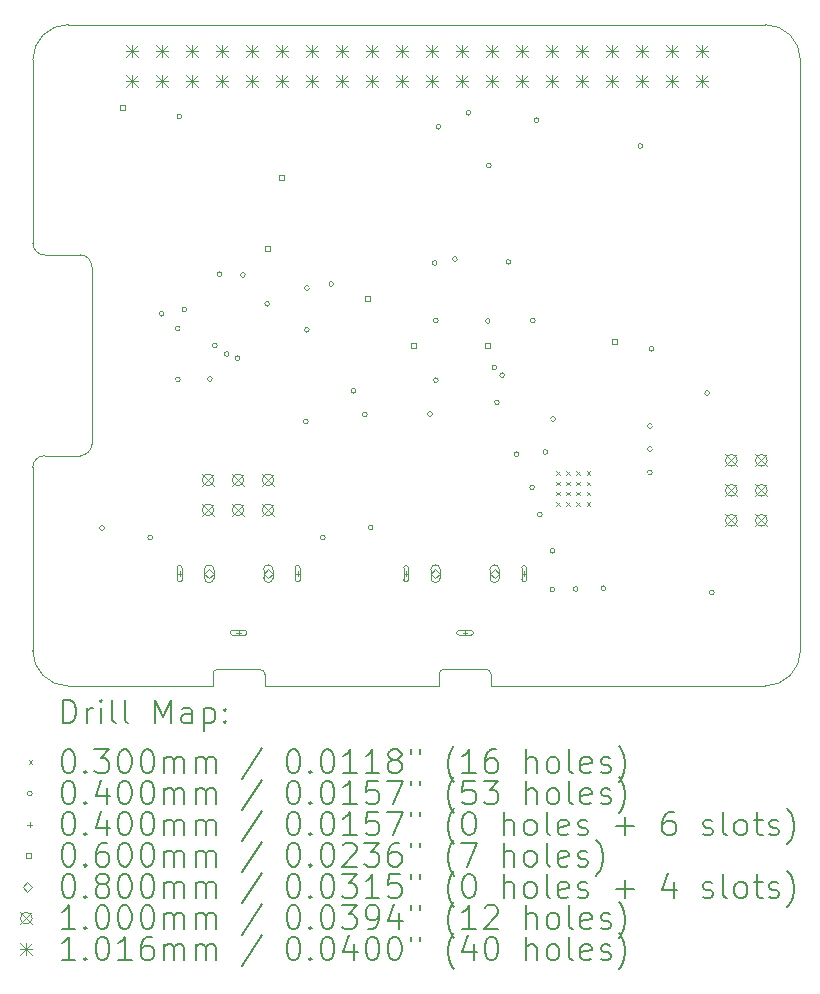
<source format=gbr>
%TF.GenerationSoftware,KiCad,Pcbnew,8.0.4+1*%
%TF.CreationDate,2024-10-16T16:53:17+00:00*%
%TF.ProjectId,pedalboard-soundcard,70656461-6c62-46f6-9172-642d736f756e,1.0.0*%
%TF.SameCoordinates,Original*%
%TF.FileFunction,Drillmap*%
%TF.FilePolarity,Positive*%
%FSLAX45Y45*%
G04 Gerber Fmt 4.5, Leading zero omitted, Abs format (unit mm)*
G04 Created by KiCad (PCBNEW 8.0.4+1) date 2024-10-16 16:53:17*
%MOMM*%
%LPD*%
G01*
G04 APERTURE LIST*
%ADD10C,0.100000*%
%ADD11C,0.120000*%
%ADD12C,0.200000*%
%ADD13C,0.101600*%
G04 APERTURE END LIST*
D10*
X5150000Y-10850000D02*
G75*
G02*
X4850000Y-10550000I0J300000D01*
G01*
X11350000Y-10550000D02*
G75*
G02*
X11050000Y-10850000I-300000J0D01*
G01*
X4950000Y-7200000D02*
G75*
G02*
X4850000Y-7100000I0J100000D01*
G01*
X5250000Y-7200000D02*
G75*
G02*
X5350000Y-7300000I0J-100000D01*
G01*
X5350000Y-8800000D02*
G75*
G02*
X5250000Y-8900000I-100000J0D01*
G01*
X4850000Y-9000000D02*
G75*
G02*
X4950000Y-8900000I100000J0D01*
G01*
X4850000Y-5550000D02*
G75*
G02*
X5150000Y-5250000I300000J0D01*
G01*
X5150000Y-5250000D02*
X11050000Y-5250000D01*
X11050000Y-5250000D02*
G75*
G02*
X11350000Y-5550000I0J-300000D01*
G01*
X7244000Y-10850000D02*
X7860000Y-10850000D01*
X4850000Y-5550000D02*
X4850000Y-7100000D01*
X5350000Y-7300000D02*
X5350000Y-8800000D01*
X4950000Y-7200000D02*
X5250000Y-7200000D01*
X4850000Y-9000000D02*
X4850000Y-10550000D01*
X5150000Y-10850000D02*
X5944000Y-10850000D01*
X9160000Y-10850000D02*
X11050000Y-10850000D01*
X11350000Y-5550000D02*
X11350000Y-10550000D01*
X4950000Y-8900000D02*
X5250000Y-8900000D01*
D11*
X6374000Y-10750000D02*
X6374000Y-10850000D01*
X6374000Y-10850000D02*
X5944000Y-10850000D01*
X6774000Y-10710000D02*
X6414000Y-10710000D01*
X6814000Y-10750000D02*
X6814000Y-10850000D01*
X6814000Y-10850000D02*
X7244000Y-10850000D01*
X6374000Y-10750000D02*
G75*
G02*
X6414000Y-10710000I40000J0D01*
G01*
X6774000Y-10710000D02*
G75*
G02*
X6814000Y-10750000I0J-40000D01*
G01*
X8290000Y-10750000D02*
X8290000Y-10850000D01*
X8290000Y-10850000D02*
X7860000Y-10850000D01*
X8690000Y-10710000D02*
X8330000Y-10710000D01*
X8730000Y-10750000D02*
X8730000Y-10850000D01*
X8730000Y-10850000D02*
X9160000Y-10850000D01*
X8290000Y-10750000D02*
G75*
G02*
X8330000Y-10710000I40000J0D01*
G01*
X8690000Y-10710000D02*
G75*
G02*
X8730000Y-10750000I0J-40000D01*
G01*
D12*
D10*
X9280000Y-9032700D02*
X9310000Y-9062700D01*
X9310000Y-9032700D02*
X9280000Y-9062700D01*
X9280000Y-9119367D02*
X9310000Y-9149367D01*
X9310000Y-9119367D02*
X9280000Y-9149367D01*
X9280000Y-9206033D02*
X9310000Y-9236033D01*
X9310000Y-9206033D02*
X9280000Y-9236033D01*
X9280000Y-9292700D02*
X9310000Y-9322700D01*
X9310000Y-9292700D02*
X9280000Y-9322700D01*
X9366667Y-9032700D02*
X9396667Y-9062700D01*
X9396667Y-9032700D02*
X9366667Y-9062700D01*
X9366667Y-9119367D02*
X9396667Y-9149367D01*
X9396667Y-9119367D02*
X9366667Y-9149367D01*
X9366667Y-9206033D02*
X9396667Y-9236033D01*
X9396667Y-9206033D02*
X9366667Y-9236033D01*
X9366667Y-9292700D02*
X9396667Y-9322700D01*
X9396667Y-9292700D02*
X9366667Y-9322700D01*
X9453333Y-9032700D02*
X9483333Y-9062700D01*
X9483333Y-9032700D02*
X9453333Y-9062700D01*
X9453333Y-9119367D02*
X9483333Y-9149367D01*
X9483333Y-9119367D02*
X9453333Y-9149367D01*
X9453333Y-9206033D02*
X9483333Y-9236033D01*
X9483333Y-9206033D02*
X9453333Y-9236033D01*
X9453333Y-9292700D02*
X9483333Y-9322700D01*
X9483333Y-9292700D02*
X9453333Y-9322700D01*
X9540000Y-9032700D02*
X9570000Y-9062700D01*
X9570000Y-9032700D02*
X9540000Y-9062700D01*
X9540000Y-9119367D02*
X9570000Y-9149367D01*
X9570000Y-9119367D02*
X9540000Y-9149367D01*
X9540000Y-9206033D02*
X9570000Y-9236033D01*
X9570000Y-9206033D02*
X9540000Y-9236033D01*
X9540000Y-9292700D02*
X9570000Y-9322700D01*
X9570000Y-9292700D02*
X9540000Y-9322700D01*
X5457000Y-9512000D02*
G75*
G02*
X5417000Y-9512000I-20000J0D01*
G01*
X5417000Y-9512000D02*
G75*
G02*
X5457000Y-9512000I20000J0D01*
G01*
X5865000Y-9592000D02*
G75*
G02*
X5825000Y-9592000I-20000J0D01*
G01*
X5825000Y-9592000D02*
G75*
G02*
X5865000Y-9592000I20000J0D01*
G01*
X5962000Y-7699000D02*
G75*
G02*
X5922000Y-7699000I-20000J0D01*
G01*
X5922000Y-7699000D02*
G75*
G02*
X5962000Y-7699000I20000J0D01*
G01*
X6097500Y-7825000D02*
G75*
G02*
X6057500Y-7825000I-20000J0D01*
G01*
X6057500Y-7825000D02*
G75*
G02*
X6097500Y-7825000I20000J0D01*
G01*
X6099000Y-8254000D02*
G75*
G02*
X6059000Y-8254000I-20000J0D01*
G01*
X6059000Y-8254000D02*
G75*
G02*
X6099000Y-8254000I20000J0D01*
G01*
X6112000Y-6029050D02*
G75*
G02*
X6072000Y-6029050I-20000J0D01*
G01*
X6072000Y-6029050D02*
G75*
G02*
X6112000Y-6029050I20000J0D01*
G01*
X6154371Y-7661881D02*
G75*
G02*
X6114371Y-7661881I-20000J0D01*
G01*
X6114371Y-7661881D02*
G75*
G02*
X6154371Y-7661881I20000J0D01*
G01*
X6370000Y-8250000D02*
G75*
G02*
X6330000Y-8250000I-20000J0D01*
G01*
X6330000Y-8250000D02*
G75*
G02*
X6370000Y-8250000I20000J0D01*
G01*
X6412000Y-7968000D02*
G75*
G02*
X6372000Y-7968000I-20000J0D01*
G01*
X6372000Y-7968000D02*
G75*
G02*
X6412000Y-7968000I20000J0D01*
G01*
X6451000Y-7364000D02*
G75*
G02*
X6411000Y-7364000I-20000J0D01*
G01*
X6411000Y-7364000D02*
G75*
G02*
X6451000Y-7364000I20000J0D01*
G01*
X6511965Y-8039035D02*
G75*
G02*
X6471965Y-8039035I-20000J0D01*
G01*
X6471965Y-8039035D02*
G75*
G02*
X6511965Y-8039035I20000J0D01*
G01*
X6604472Y-8074450D02*
G75*
G02*
X6564472Y-8074450I-20000J0D01*
G01*
X6564472Y-8074450D02*
G75*
G02*
X6604472Y-8074450I20000J0D01*
G01*
X6649000Y-7370000D02*
G75*
G02*
X6609000Y-7370000I-20000J0D01*
G01*
X6609000Y-7370000D02*
G75*
G02*
X6649000Y-7370000I20000J0D01*
G01*
X6855050Y-7615000D02*
G75*
G02*
X6815050Y-7615000I-20000J0D01*
G01*
X6815050Y-7615000D02*
G75*
G02*
X6855050Y-7615000I20000J0D01*
G01*
X7182000Y-8610000D02*
G75*
G02*
X7142000Y-8610000I-20000J0D01*
G01*
X7142000Y-8610000D02*
G75*
G02*
X7182000Y-8610000I20000J0D01*
G01*
X7191000Y-7481000D02*
G75*
G02*
X7151000Y-7481000I-20000J0D01*
G01*
X7151000Y-7481000D02*
G75*
G02*
X7191000Y-7481000I20000J0D01*
G01*
X7191000Y-7835000D02*
G75*
G02*
X7151000Y-7835000I-20000J0D01*
G01*
X7151000Y-7835000D02*
G75*
G02*
X7191000Y-7835000I20000J0D01*
G01*
X7327000Y-9593000D02*
G75*
G02*
X7287000Y-9593000I-20000J0D01*
G01*
X7287000Y-9593000D02*
G75*
G02*
X7327000Y-9593000I20000J0D01*
G01*
X7397000Y-7447000D02*
G75*
G02*
X7357000Y-7447000I-20000J0D01*
G01*
X7357000Y-7447000D02*
G75*
G02*
X7397000Y-7447000I20000J0D01*
G01*
X7585000Y-8351000D02*
G75*
G02*
X7545000Y-8351000I-20000J0D01*
G01*
X7545000Y-8351000D02*
G75*
G02*
X7585000Y-8351000I20000J0D01*
G01*
X7682000Y-8553000D02*
G75*
G02*
X7642000Y-8553000I-20000J0D01*
G01*
X7642000Y-8553000D02*
G75*
G02*
X7682000Y-8553000I20000J0D01*
G01*
X7731000Y-9507000D02*
G75*
G02*
X7691000Y-9507000I-20000J0D01*
G01*
X7691000Y-9507000D02*
G75*
G02*
X7731000Y-9507000I20000J0D01*
G01*
X8233000Y-8547000D02*
G75*
G02*
X8193000Y-8547000I-20000J0D01*
G01*
X8193000Y-8547000D02*
G75*
G02*
X8233000Y-8547000I20000J0D01*
G01*
X8273000Y-7269000D02*
G75*
G02*
X8233000Y-7269000I-20000J0D01*
G01*
X8233000Y-7269000D02*
G75*
G02*
X8273000Y-7269000I20000J0D01*
G01*
X8282500Y-7757500D02*
G75*
G02*
X8242500Y-7757500I-20000J0D01*
G01*
X8242500Y-7757500D02*
G75*
G02*
X8282500Y-7757500I20000J0D01*
G01*
X8283000Y-8261000D02*
G75*
G02*
X8243000Y-8261000I-20000J0D01*
G01*
X8243000Y-8261000D02*
G75*
G02*
X8283000Y-8261000I20000J0D01*
G01*
X8304000Y-6115000D02*
G75*
G02*
X8264000Y-6115000I-20000J0D01*
G01*
X8264000Y-6115000D02*
G75*
G02*
X8304000Y-6115000I20000J0D01*
G01*
X8444000Y-7236000D02*
G75*
G02*
X8404000Y-7236000I-20000J0D01*
G01*
X8404000Y-7236000D02*
G75*
G02*
X8444000Y-7236000I20000J0D01*
G01*
X8558000Y-5997000D02*
G75*
G02*
X8518000Y-5997000I-20000J0D01*
G01*
X8518000Y-5997000D02*
G75*
G02*
X8558000Y-5997000I20000J0D01*
G01*
X8723000Y-7760000D02*
G75*
G02*
X8683000Y-7760000I-20000J0D01*
G01*
X8683000Y-7760000D02*
G75*
G02*
X8723000Y-7760000I20000J0D01*
G01*
X8732000Y-6444000D02*
G75*
G02*
X8692000Y-6444000I-20000J0D01*
G01*
X8692000Y-6444000D02*
G75*
G02*
X8732000Y-6444000I20000J0D01*
G01*
X8778818Y-8153500D02*
G75*
G02*
X8738818Y-8153500I-20000J0D01*
G01*
X8738818Y-8153500D02*
G75*
G02*
X8778818Y-8153500I20000J0D01*
G01*
X8800000Y-8448000D02*
G75*
G02*
X8760000Y-8448000I-20000J0D01*
G01*
X8760000Y-8448000D02*
G75*
G02*
X8800000Y-8448000I20000J0D01*
G01*
X8844000Y-8219000D02*
G75*
G02*
X8804000Y-8219000I-20000J0D01*
G01*
X8804000Y-8219000D02*
G75*
G02*
X8844000Y-8219000I20000J0D01*
G01*
X8897000Y-7260000D02*
G75*
G02*
X8857000Y-7260000I-20000J0D01*
G01*
X8857000Y-7260000D02*
G75*
G02*
X8897000Y-7260000I20000J0D01*
G01*
X8965000Y-8887000D02*
G75*
G02*
X8925000Y-8887000I-20000J0D01*
G01*
X8925000Y-8887000D02*
G75*
G02*
X8965000Y-8887000I20000J0D01*
G01*
X9098000Y-9168000D02*
G75*
G02*
X9058000Y-9168000I-20000J0D01*
G01*
X9058000Y-9168000D02*
G75*
G02*
X9098000Y-9168000I20000J0D01*
G01*
X9104000Y-7754000D02*
G75*
G02*
X9064000Y-7754000I-20000J0D01*
G01*
X9064000Y-7754000D02*
G75*
G02*
X9104000Y-7754000I20000J0D01*
G01*
X9135000Y-6060000D02*
G75*
G02*
X9095000Y-6060000I-20000J0D01*
G01*
X9095000Y-6060000D02*
G75*
G02*
X9135000Y-6060000I20000J0D01*
G01*
X9163000Y-9399000D02*
G75*
G02*
X9123000Y-9399000I-20000J0D01*
G01*
X9123000Y-9399000D02*
G75*
G02*
X9163000Y-9399000I20000J0D01*
G01*
X9210138Y-8868862D02*
G75*
G02*
X9170138Y-8868862I-20000J0D01*
G01*
X9170138Y-8868862D02*
G75*
G02*
X9210138Y-8868862I20000J0D01*
G01*
X9270000Y-9707000D02*
G75*
G02*
X9230000Y-9707000I-20000J0D01*
G01*
X9230000Y-9707000D02*
G75*
G02*
X9270000Y-9707000I20000J0D01*
G01*
X9270000Y-10033000D02*
G75*
G02*
X9230000Y-10033000I-20000J0D01*
G01*
X9230000Y-10033000D02*
G75*
G02*
X9270000Y-10033000I20000J0D01*
G01*
X9276000Y-8589000D02*
G75*
G02*
X9236000Y-8589000I-20000J0D01*
G01*
X9236000Y-8589000D02*
G75*
G02*
X9276000Y-8589000I20000J0D01*
G01*
X9467000Y-10029000D02*
G75*
G02*
X9427000Y-10029000I-20000J0D01*
G01*
X9427000Y-10029000D02*
G75*
G02*
X9467000Y-10029000I20000J0D01*
G01*
X9701000Y-10023000D02*
G75*
G02*
X9661000Y-10023000I-20000J0D01*
G01*
X9661000Y-10023000D02*
G75*
G02*
X9701000Y-10023000I20000J0D01*
G01*
X10014000Y-6278000D02*
G75*
G02*
X9974000Y-6278000I-20000J0D01*
G01*
X9974000Y-6278000D02*
G75*
G02*
X10014000Y-6278000I20000J0D01*
G01*
X10095000Y-8649000D02*
G75*
G02*
X10055000Y-8649000I-20000J0D01*
G01*
X10055000Y-8649000D02*
G75*
G02*
X10095000Y-8649000I20000J0D01*
G01*
X10095000Y-8844000D02*
G75*
G02*
X10055000Y-8844000I-20000J0D01*
G01*
X10055000Y-8844000D02*
G75*
G02*
X10095000Y-8844000I20000J0D01*
G01*
X10095000Y-9041000D02*
G75*
G02*
X10055000Y-9041000I-20000J0D01*
G01*
X10055000Y-9041000D02*
G75*
G02*
X10095000Y-9041000I20000J0D01*
G01*
X10110000Y-7996000D02*
G75*
G02*
X10070000Y-7996000I-20000J0D01*
G01*
X10070000Y-7996000D02*
G75*
G02*
X10110000Y-7996000I20000J0D01*
G01*
X10580000Y-8370000D02*
G75*
G02*
X10540000Y-8370000I-20000J0D01*
G01*
X10540000Y-8370000D02*
G75*
G02*
X10580000Y-8370000I20000J0D01*
G01*
X10620000Y-10060000D02*
G75*
G02*
X10580000Y-10060000I-20000J0D01*
G01*
X10580000Y-10060000D02*
G75*
G02*
X10620000Y-10060000I20000J0D01*
G01*
X6094000Y-9880000D02*
X6094000Y-9920000D01*
X6074000Y-9900000D02*
X6114000Y-9900000D01*
X6074000Y-9850000D02*
X6074000Y-9950000D01*
X6114000Y-9950000D02*
G75*
G02*
X6074000Y-9950000I-20000J0D01*
G01*
X6114000Y-9950000D02*
X6114000Y-9850000D01*
X6114000Y-9850000D02*
G75*
G03*
X6074000Y-9850000I-20000J0D01*
G01*
X6594000Y-10380000D02*
X6594000Y-10420000D01*
X6574000Y-10400000D02*
X6614000Y-10400000D01*
X6544000Y-10420000D02*
X6644000Y-10420000D01*
X6644000Y-10380000D02*
G75*
G02*
X6644000Y-10420000I0J-20000D01*
G01*
X6644000Y-10380000D02*
X6544000Y-10380000D01*
X6544000Y-10380000D02*
G75*
G03*
X6544000Y-10420000I0J-20000D01*
G01*
X7094000Y-9880000D02*
X7094000Y-9920000D01*
X7074000Y-9900000D02*
X7114000Y-9900000D01*
X7114000Y-9950000D02*
X7114000Y-9850000D01*
X7074000Y-9850000D02*
G75*
G02*
X7114000Y-9850000I20000J0D01*
G01*
X7074000Y-9850000D02*
X7074000Y-9950000D01*
X7074000Y-9950000D02*
G75*
G03*
X7114000Y-9950000I20000J0D01*
G01*
X8010000Y-9880000D02*
X8010000Y-9920000D01*
X7990000Y-9900000D02*
X8030000Y-9900000D01*
X7990000Y-9850000D02*
X7990000Y-9950000D01*
X8030000Y-9950000D02*
G75*
G02*
X7990000Y-9950000I-20000J0D01*
G01*
X8030000Y-9950000D02*
X8030000Y-9850000D01*
X8030000Y-9850000D02*
G75*
G03*
X7990000Y-9850000I-20000J0D01*
G01*
X8510000Y-10380000D02*
X8510000Y-10420000D01*
X8490000Y-10400000D02*
X8530000Y-10400000D01*
X8460000Y-10420000D02*
X8560000Y-10420000D01*
X8560000Y-10380000D02*
G75*
G02*
X8560000Y-10420000I0J-20000D01*
G01*
X8560000Y-10380000D02*
X8460000Y-10380000D01*
X8460000Y-10380000D02*
G75*
G03*
X8460000Y-10420000I0J-20000D01*
G01*
X9010000Y-9880000D02*
X9010000Y-9920000D01*
X8990000Y-9900000D02*
X9030000Y-9900000D01*
X9030000Y-9950000D02*
X9030000Y-9850000D01*
X8990000Y-9850000D02*
G75*
G02*
X9030000Y-9850000I20000J0D01*
G01*
X8990000Y-9850000D02*
X8990000Y-9950000D01*
X8990000Y-9950000D02*
G75*
G03*
X9030000Y-9950000I20000J0D01*
G01*
X5630713Y-5974713D02*
X5630713Y-5932287D01*
X5588287Y-5932287D01*
X5588287Y-5974713D01*
X5630713Y-5974713D01*
X6861213Y-7166213D02*
X6861213Y-7123787D01*
X6818787Y-7123787D01*
X6818787Y-7166213D01*
X6861213Y-7166213D01*
X6976163Y-6566213D02*
X6976163Y-6523787D01*
X6933737Y-6523787D01*
X6933737Y-6566213D01*
X6976163Y-6566213D01*
X7704213Y-7594213D02*
X7704213Y-7551787D01*
X7661787Y-7551787D01*
X7661787Y-7594213D01*
X7704213Y-7594213D01*
X8093213Y-7988213D02*
X8093213Y-7945787D01*
X8050787Y-7945787D01*
X8050787Y-7988213D01*
X8093213Y-7988213D01*
X8718213Y-7988213D02*
X8718213Y-7945787D01*
X8675787Y-7945787D01*
X8675787Y-7988213D01*
X8718213Y-7988213D01*
X9794713Y-7953713D02*
X9794713Y-7911287D01*
X9752287Y-7911287D01*
X9752287Y-7953713D01*
X9794713Y-7953713D01*
X6344000Y-9940000D02*
X6384000Y-9900000D01*
X6344000Y-9860000D01*
X6304000Y-9900000D01*
X6344000Y-9940000D01*
X6304000Y-9865000D02*
X6304000Y-9935000D01*
X6384000Y-9935000D02*
G75*
G02*
X6304000Y-9935000I-40000J0D01*
G01*
X6384000Y-9935000D02*
X6384000Y-9865000D01*
X6384000Y-9865000D02*
G75*
G03*
X6304000Y-9865000I-40000J0D01*
G01*
X6844000Y-9940000D02*
X6884000Y-9900000D01*
X6844000Y-9860000D01*
X6804000Y-9900000D01*
X6844000Y-9940000D01*
X6884000Y-9935000D02*
X6884000Y-9865000D01*
X6804000Y-9865000D02*
G75*
G02*
X6884000Y-9865000I40000J0D01*
G01*
X6804000Y-9865000D02*
X6804000Y-9935000D01*
X6804000Y-9935000D02*
G75*
G03*
X6884000Y-9935000I40000J0D01*
G01*
X8260000Y-9940000D02*
X8300000Y-9900000D01*
X8260000Y-9860000D01*
X8220000Y-9900000D01*
X8260000Y-9940000D01*
X8220000Y-9865000D02*
X8220000Y-9935000D01*
X8300000Y-9935000D02*
G75*
G02*
X8220000Y-9935000I-40000J0D01*
G01*
X8300000Y-9935000D02*
X8300000Y-9865000D01*
X8300000Y-9865000D02*
G75*
G03*
X8220000Y-9865000I-40000J0D01*
G01*
X8760000Y-9940000D02*
X8800000Y-9900000D01*
X8760000Y-9860000D01*
X8720000Y-9900000D01*
X8760000Y-9940000D01*
X8800000Y-9935000D02*
X8800000Y-9865000D01*
X8720000Y-9865000D02*
G75*
G02*
X8800000Y-9865000I40000J0D01*
G01*
X8720000Y-9865000D02*
X8720000Y-9935000D01*
X8720000Y-9935000D02*
G75*
G03*
X8800000Y-9935000I40000J0D01*
G01*
X6284000Y-9054000D02*
X6384000Y-9154000D01*
X6384000Y-9054000D02*
X6284000Y-9154000D01*
X6384000Y-9104000D02*
G75*
G02*
X6284000Y-9104000I-50000J0D01*
G01*
X6284000Y-9104000D02*
G75*
G02*
X6384000Y-9104000I50000J0D01*
G01*
X6284000Y-9308000D02*
X6384000Y-9408000D01*
X6384000Y-9308000D02*
X6284000Y-9408000D01*
X6384000Y-9358000D02*
G75*
G02*
X6284000Y-9358000I-50000J0D01*
G01*
X6284000Y-9358000D02*
G75*
G02*
X6384000Y-9358000I50000J0D01*
G01*
X6538000Y-9054000D02*
X6638000Y-9154000D01*
X6638000Y-9054000D02*
X6538000Y-9154000D01*
X6638000Y-9104000D02*
G75*
G02*
X6538000Y-9104000I-50000J0D01*
G01*
X6538000Y-9104000D02*
G75*
G02*
X6638000Y-9104000I50000J0D01*
G01*
X6538000Y-9308000D02*
X6638000Y-9408000D01*
X6638000Y-9308000D02*
X6538000Y-9408000D01*
X6638000Y-9358000D02*
G75*
G02*
X6538000Y-9358000I-50000J0D01*
G01*
X6538000Y-9358000D02*
G75*
G02*
X6638000Y-9358000I50000J0D01*
G01*
X6792000Y-9054000D02*
X6892000Y-9154000D01*
X6892000Y-9054000D02*
X6792000Y-9154000D01*
X6892000Y-9104000D02*
G75*
G02*
X6792000Y-9104000I-50000J0D01*
G01*
X6792000Y-9104000D02*
G75*
G02*
X6892000Y-9104000I50000J0D01*
G01*
X6792000Y-9308000D02*
X6892000Y-9408000D01*
X6892000Y-9308000D02*
X6792000Y-9408000D01*
X6892000Y-9358000D02*
G75*
G02*
X6792000Y-9358000I-50000J0D01*
G01*
X6792000Y-9358000D02*
G75*
G02*
X6892000Y-9358000I50000J0D01*
G01*
X10715000Y-8890000D02*
X10815000Y-8990000D01*
X10815000Y-8890000D02*
X10715000Y-8990000D01*
X10815000Y-8940000D02*
G75*
G02*
X10715000Y-8940000I-50000J0D01*
G01*
X10715000Y-8940000D02*
G75*
G02*
X10815000Y-8940000I50000J0D01*
G01*
X10715000Y-9144000D02*
X10815000Y-9244000D01*
X10815000Y-9144000D02*
X10715000Y-9244000D01*
X10815000Y-9194000D02*
G75*
G02*
X10715000Y-9194000I-50000J0D01*
G01*
X10715000Y-9194000D02*
G75*
G02*
X10815000Y-9194000I50000J0D01*
G01*
X10715000Y-9398000D02*
X10815000Y-9498000D01*
X10815000Y-9398000D02*
X10715000Y-9498000D01*
X10815000Y-9448000D02*
G75*
G02*
X10715000Y-9448000I-50000J0D01*
G01*
X10715000Y-9448000D02*
G75*
G02*
X10815000Y-9448000I50000J0D01*
G01*
X10969000Y-8890000D02*
X11069000Y-8990000D01*
X11069000Y-8890000D02*
X10969000Y-8990000D01*
X11069000Y-8940000D02*
G75*
G02*
X10969000Y-8940000I-50000J0D01*
G01*
X10969000Y-8940000D02*
G75*
G02*
X11069000Y-8940000I50000J0D01*
G01*
X10969000Y-9144000D02*
X11069000Y-9244000D01*
X11069000Y-9144000D02*
X10969000Y-9244000D01*
X11069000Y-9194000D02*
G75*
G02*
X10969000Y-9194000I-50000J0D01*
G01*
X10969000Y-9194000D02*
G75*
G02*
X11069000Y-9194000I50000J0D01*
G01*
X10969000Y-9398000D02*
X11069000Y-9498000D01*
X11069000Y-9398000D02*
X10969000Y-9498000D01*
X11069000Y-9448000D02*
G75*
G02*
X10969000Y-9448000I-50000J0D01*
G01*
X10969000Y-9448000D02*
G75*
G02*
X11069000Y-9448000I50000J0D01*
G01*
D13*
X5636200Y-5422200D02*
X5737800Y-5523800D01*
X5737800Y-5422200D02*
X5636200Y-5523800D01*
X5687000Y-5422200D02*
X5687000Y-5523800D01*
X5636200Y-5473000D02*
X5737800Y-5473000D01*
X5636200Y-5676200D02*
X5737800Y-5777800D01*
X5737800Y-5676200D02*
X5636200Y-5777800D01*
X5687000Y-5676200D02*
X5687000Y-5777800D01*
X5636200Y-5727000D02*
X5737800Y-5727000D01*
X5890200Y-5422200D02*
X5991800Y-5523800D01*
X5991800Y-5422200D02*
X5890200Y-5523800D01*
X5941000Y-5422200D02*
X5941000Y-5523800D01*
X5890200Y-5473000D02*
X5991800Y-5473000D01*
X5890200Y-5676200D02*
X5991800Y-5777800D01*
X5991800Y-5676200D02*
X5890200Y-5777800D01*
X5941000Y-5676200D02*
X5941000Y-5777800D01*
X5890200Y-5727000D02*
X5991800Y-5727000D01*
X6144200Y-5422200D02*
X6245800Y-5523800D01*
X6245800Y-5422200D02*
X6144200Y-5523800D01*
X6195000Y-5422200D02*
X6195000Y-5523800D01*
X6144200Y-5473000D02*
X6245800Y-5473000D01*
X6144200Y-5676200D02*
X6245800Y-5777800D01*
X6245800Y-5676200D02*
X6144200Y-5777800D01*
X6195000Y-5676200D02*
X6195000Y-5777800D01*
X6144200Y-5727000D02*
X6245800Y-5727000D01*
X6398200Y-5422200D02*
X6499800Y-5523800D01*
X6499800Y-5422200D02*
X6398200Y-5523800D01*
X6449000Y-5422200D02*
X6449000Y-5523800D01*
X6398200Y-5473000D02*
X6499800Y-5473000D01*
X6398200Y-5676200D02*
X6499800Y-5777800D01*
X6499800Y-5676200D02*
X6398200Y-5777800D01*
X6449000Y-5676200D02*
X6449000Y-5777800D01*
X6398200Y-5727000D02*
X6499800Y-5727000D01*
X6652200Y-5422200D02*
X6753800Y-5523800D01*
X6753800Y-5422200D02*
X6652200Y-5523800D01*
X6703000Y-5422200D02*
X6703000Y-5523800D01*
X6652200Y-5473000D02*
X6753800Y-5473000D01*
X6652200Y-5676200D02*
X6753800Y-5777800D01*
X6753800Y-5676200D02*
X6652200Y-5777800D01*
X6703000Y-5676200D02*
X6703000Y-5777800D01*
X6652200Y-5727000D02*
X6753800Y-5727000D01*
X6906200Y-5422200D02*
X7007800Y-5523800D01*
X7007800Y-5422200D02*
X6906200Y-5523800D01*
X6957000Y-5422200D02*
X6957000Y-5523800D01*
X6906200Y-5473000D02*
X7007800Y-5473000D01*
X6906200Y-5676200D02*
X7007800Y-5777800D01*
X7007800Y-5676200D02*
X6906200Y-5777800D01*
X6957000Y-5676200D02*
X6957000Y-5777800D01*
X6906200Y-5727000D02*
X7007800Y-5727000D01*
X7160200Y-5422200D02*
X7261800Y-5523800D01*
X7261800Y-5422200D02*
X7160200Y-5523800D01*
X7211000Y-5422200D02*
X7211000Y-5523800D01*
X7160200Y-5473000D02*
X7261800Y-5473000D01*
X7160200Y-5676200D02*
X7261800Y-5777800D01*
X7261800Y-5676200D02*
X7160200Y-5777800D01*
X7211000Y-5676200D02*
X7211000Y-5777800D01*
X7160200Y-5727000D02*
X7261800Y-5727000D01*
X7414200Y-5422200D02*
X7515800Y-5523800D01*
X7515800Y-5422200D02*
X7414200Y-5523800D01*
X7465000Y-5422200D02*
X7465000Y-5523800D01*
X7414200Y-5473000D02*
X7515800Y-5473000D01*
X7414200Y-5676200D02*
X7515800Y-5777800D01*
X7515800Y-5676200D02*
X7414200Y-5777800D01*
X7465000Y-5676200D02*
X7465000Y-5777800D01*
X7414200Y-5727000D02*
X7515800Y-5727000D01*
X7668200Y-5422200D02*
X7769800Y-5523800D01*
X7769800Y-5422200D02*
X7668200Y-5523800D01*
X7719000Y-5422200D02*
X7719000Y-5523800D01*
X7668200Y-5473000D02*
X7769800Y-5473000D01*
X7668200Y-5676200D02*
X7769800Y-5777800D01*
X7769800Y-5676200D02*
X7668200Y-5777800D01*
X7719000Y-5676200D02*
X7719000Y-5777800D01*
X7668200Y-5727000D02*
X7769800Y-5727000D01*
X7922200Y-5422200D02*
X8023800Y-5523800D01*
X8023800Y-5422200D02*
X7922200Y-5523800D01*
X7973000Y-5422200D02*
X7973000Y-5523800D01*
X7922200Y-5473000D02*
X8023800Y-5473000D01*
X7922200Y-5676200D02*
X8023800Y-5777800D01*
X8023800Y-5676200D02*
X7922200Y-5777800D01*
X7973000Y-5676200D02*
X7973000Y-5777800D01*
X7922200Y-5727000D02*
X8023800Y-5727000D01*
X8176200Y-5422200D02*
X8277800Y-5523800D01*
X8277800Y-5422200D02*
X8176200Y-5523800D01*
X8227000Y-5422200D02*
X8227000Y-5523800D01*
X8176200Y-5473000D02*
X8277800Y-5473000D01*
X8176200Y-5676200D02*
X8277800Y-5777800D01*
X8277800Y-5676200D02*
X8176200Y-5777800D01*
X8227000Y-5676200D02*
X8227000Y-5777800D01*
X8176200Y-5727000D02*
X8277800Y-5727000D01*
X8430200Y-5422200D02*
X8531800Y-5523800D01*
X8531800Y-5422200D02*
X8430200Y-5523800D01*
X8481000Y-5422200D02*
X8481000Y-5523800D01*
X8430200Y-5473000D02*
X8531800Y-5473000D01*
X8430200Y-5676200D02*
X8531800Y-5777800D01*
X8531800Y-5676200D02*
X8430200Y-5777800D01*
X8481000Y-5676200D02*
X8481000Y-5777800D01*
X8430200Y-5727000D02*
X8531800Y-5727000D01*
X8684200Y-5422200D02*
X8785800Y-5523800D01*
X8785800Y-5422200D02*
X8684200Y-5523800D01*
X8735000Y-5422200D02*
X8735000Y-5523800D01*
X8684200Y-5473000D02*
X8785800Y-5473000D01*
X8684200Y-5676200D02*
X8785800Y-5777800D01*
X8785800Y-5676200D02*
X8684200Y-5777800D01*
X8735000Y-5676200D02*
X8735000Y-5777800D01*
X8684200Y-5727000D02*
X8785800Y-5727000D01*
X8938200Y-5422200D02*
X9039800Y-5523800D01*
X9039800Y-5422200D02*
X8938200Y-5523800D01*
X8989000Y-5422200D02*
X8989000Y-5523800D01*
X8938200Y-5473000D02*
X9039800Y-5473000D01*
X8938200Y-5676200D02*
X9039800Y-5777800D01*
X9039800Y-5676200D02*
X8938200Y-5777800D01*
X8989000Y-5676200D02*
X8989000Y-5777800D01*
X8938200Y-5727000D02*
X9039800Y-5727000D01*
X9192200Y-5422200D02*
X9293800Y-5523800D01*
X9293800Y-5422200D02*
X9192200Y-5523800D01*
X9243000Y-5422200D02*
X9243000Y-5523800D01*
X9192200Y-5473000D02*
X9293800Y-5473000D01*
X9192200Y-5676200D02*
X9293800Y-5777800D01*
X9293800Y-5676200D02*
X9192200Y-5777800D01*
X9243000Y-5676200D02*
X9243000Y-5777800D01*
X9192200Y-5727000D02*
X9293800Y-5727000D01*
X9446200Y-5422200D02*
X9547800Y-5523800D01*
X9547800Y-5422200D02*
X9446200Y-5523800D01*
X9497000Y-5422200D02*
X9497000Y-5523800D01*
X9446200Y-5473000D02*
X9547800Y-5473000D01*
X9446200Y-5676200D02*
X9547800Y-5777800D01*
X9547800Y-5676200D02*
X9446200Y-5777800D01*
X9497000Y-5676200D02*
X9497000Y-5777800D01*
X9446200Y-5727000D02*
X9547800Y-5727000D01*
X9700200Y-5422200D02*
X9801800Y-5523800D01*
X9801800Y-5422200D02*
X9700200Y-5523800D01*
X9751000Y-5422200D02*
X9751000Y-5523800D01*
X9700200Y-5473000D02*
X9801800Y-5473000D01*
X9700200Y-5676200D02*
X9801800Y-5777800D01*
X9801800Y-5676200D02*
X9700200Y-5777800D01*
X9751000Y-5676200D02*
X9751000Y-5777800D01*
X9700200Y-5727000D02*
X9801800Y-5727000D01*
X9954200Y-5422200D02*
X10055800Y-5523800D01*
X10055800Y-5422200D02*
X9954200Y-5523800D01*
X10005000Y-5422200D02*
X10005000Y-5523800D01*
X9954200Y-5473000D02*
X10055800Y-5473000D01*
X9954200Y-5676200D02*
X10055800Y-5777800D01*
X10055800Y-5676200D02*
X9954200Y-5777800D01*
X10005000Y-5676200D02*
X10005000Y-5777800D01*
X9954200Y-5727000D02*
X10055800Y-5727000D01*
X10208200Y-5422200D02*
X10309800Y-5523800D01*
X10309800Y-5422200D02*
X10208200Y-5523800D01*
X10259000Y-5422200D02*
X10259000Y-5523800D01*
X10208200Y-5473000D02*
X10309800Y-5473000D01*
X10208200Y-5676200D02*
X10309800Y-5777800D01*
X10309800Y-5676200D02*
X10208200Y-5777800D01*
X10259000Y-5676200D02*
X10259000Y-5777800D01*
X10208200Y-5727000D02*
X10309800Y-5727000D01*
X10462200Y-5422200D02*
X10563800Y-5523800D01*
X10563800Y-5422200D02*
X10462200Y-5523800D01*
X10513000Y-5422200D02*
X10513000Y-5523800D01*
X10462200Y-5473000D02*
X10563800Y-5473000D01*
X10462200Y-5676200D02*
X10563800Y-5777800D01*
X10563800Y-5676200D02*
X10462200Y-5777800D01*
X10513000Y-5676200D02*
X10513000Y-5777800D01*
X10462200Y-5727000D02*
X10563800Y-5727000D01*
D12*
X5105777Y-11167484D02*
X5105777Y-10967484D01*
X5105777Y-10967484D02*
X5153396Y-10967484D01*
X5153396Y-10967484D02*
X5181967Y-10977008D01*
X5181967Y-10977008D02*
X5201015Y-10996055D01*
X5201015Y-10996055D02*
X5210539Y-11015103D01*
X5210539Y-11015103D02*
X5220063Y-11053198D01*
X5220063Y-11053198D02*
X5220063Y-11081770D01*
X5220063Y-11081770D02*
X5210539Y-11119865D01*
X5210539Y-11119865D02*
X5201015Y-11138912D01*
X5201015Y-11138912D02*
X5181967Y-11157960D01*
X5181967Y-11157960D02*
X5153396Y-11167484D01*
X5153396Y-11167484D02*
X5105777Y-11167484D01*
X5305777Y-11167484D02*
X5305777Y-11034150D01*
X5305777Y-11072246D02*
X5315301Y-11053198D01*
X5315301Y-11053198D02*
X5324824Y-11043674D01*
X5324824Y-11043674D02*
X5343872Y-11034150D01*
X5343872Y-11034150D02*
X5362920Y-11034150D01*
X5429586Y-11167484D02*
X5429586Y-11034150D01*
X5429586Y-10967484D02*
X5420063Y-10977008D01*
X5420063Y-10977008D02*
X5429586Y-10986531D01*
X5429586Y-10986531D02*
X5439110Y-10977008D01*
X5439110Y-10977008D02*
X5429586Y-10967484D01*
X5429586Y-10967484D02*
X5429586Y-10986531D01*
X5553396Y-11167484D02*
X5534348Y-11157960D01*
X5534348Y-11157960D02*
X5524824Y-11138912D01*
X5524824Y-11138912D02*
X5524824Y-10967484D01*
X5658158Y-11167484D02*
X5639110Y-11157960D01*
X5639110Y-11157960D02*
X5629586Y-11138912D01*
X5629586Y-11138912D02*
X5629586Y-10967484D01*
X5886729Y-11167484D02*
X5886729Y-10967484D01*
X5886729Y-10967484D02*
X5953396Y-11110341D01*
X5953396Y-11110341D02*
X6020062Y-10967484D01*
X6020062Y-10967484D02*
X6020062Y-11167484D01*
X6201015Y-11167484D02*
X6201015Y-11062722D01*
X6201015Y-11062722D02*
X6191491Y-11043674D01*
X6191491Y-11043674D02*
X6172443Y-11034150D01*
X6172443Y-11034150D02*
X6134348Y-11034150D01*
X6134348Y-11034150D02*
X6115301Y-11043674D01*
X6201015Y-11157960D02*
X6181967Y-11167484D01*
X6181967Y-11167484D02*
X6134348Y-11167484D01*
X6134348Y-11167484D02*
X6115301Y-11157960D01*
X6115301Y-11157960D02*
X6105777Y-11138912D01*
X6105777Y-11138912D02*
X6105777Y-11119865D01*
X6105777Y-11119865D02*
X6115301Y-11100817D01*
X6115301Y-11100817D02*
X6134348Y-11091293D01*
X6134348Y-11091293D02*
X6181967Y-11091293D01*
X6181967Y-11091293D02*
X6201015Y-11081770D01*
X6296253Y-11034150D02*
X6296253Y-11234150D01*
X6296253Y-11043674D02*
X6315301Y-11034150D01*
X6315301Y-11034150D02*
X6353396Y-11034150D01*
X6353396Y-11034150D02*
X6372443Y-11043674D01*
X6372443Y-11043674D02*
X6381967Y-11053198D01*
X6381967Y-11053198D02*
X6391491Y-11072246D01*
X6391491Y-11072246D02*
X6391491Y-11129389D01*
X6391491Y-11129389D02*
X6381967Y-11148436D01*
X6381967Y-11148436D02*
X6372443Y-11157960D01*
X6372443Y-11157960D02*
X6353396Y-11167484D01*
X6353396Y-11167484D02*
X6315301Y-11167484D01*
X6315301Y-11167484D02*
X6296253Y-11157960D01*
X6477205Y-11148436D02*
X6486729Y-11157960D01*
X6486729Y-11157960D02*
X6477205Y-11167484D01*
X6477205Y-11167484D02*
X6467682Y-11157960D01*
X6467682Y-11157960D02*
X6477205Y-11148436D01*
X6477205Y-11148436D02*
X6477205Y-11167484D01*
X6477205Y-11043674D02*
X6486729Y-11053198D01*
X6486729Y-11053198D02*
X6477205Y-11062722D01*
X6477205Y-11062722D02*
X6467682Y-11053198D01*
X6467682Y-11053198D02*
X6477205Y-11043674D01*
X6477205Y-11043674D02*
X6477205Y-11062722D01*
D10*
X4815000Y-11481000D02*
X4845000Y-11511000D01*
X4845000Y-11481000D02*
X4815000Y-11511000D01*
D12*
X5143872Y-11387484D02*
X5162920Y-11387484D01*
X5162920Y-11387484D02*
X5181967Y-11397008D01*
X5181967Y-11397008D02*
X5191491Y-11406531D01*
X5191491Y-11406531D02*
X5201015Y-11425579D01*
X5201015Y-11425579D02*
X5210539Y-11463674D01*
X5210539Y-11463674D02*
X5210539Y-11511293D01*
X5210539Y-11511293D02*
X5201015Y-11549388D01*
X5201015Y-11549388D02*
X5191491Y-11568436D01*
X5191491Y-11568436D02*
X5181967Y-11577960D01*
X5181967Y-11577960D02*
X5162920Y-11587484D01*
X5162920Y-11587484D02*
X5143872Y-11587484D01*
X5143872Y-11587484D02*
X5124824Y-11577960D01*
X5124824Y-11577960D02*
X5115301Y-11568436D01*
X5115301Y-11568436D02*
X5105777Y-11549388D01*
X5105777Y-11549388D02*
X5096253Y-11511293D01*
X5096253Y-11511293D02*
X5096253Y-11463674D01*
X5096253Y-11463674D02*
X5105777Y-11425579D01*
X5105777Y-11425579D02*
X5115301Y-11406531D01*
X5115301Y-11406531D02*
X5124824Y-11397008D01*
X5124824Y-11397008D02*
X5143872Y-11387484D01*
X5296253Y-11568436D02*
X5305777Y-11577960D01*
X5305777Y-11577960D02*
X5296253Y-11587484D01*
X5296253Y-11587484D02*
X5286729Y-11577960D01*
X5286729Y-11577960D02*
X5296253Y-11568436D01*
X5296253Y-11568436D02*
X5296253Y-11587484D01*
X5372444Y-11387484D02*
X5496253Y-11387484D01*
X5496253Y-11387484D02*
X5429586Y-11463674D01*
X5429586Y-11463674D02*
X5458158Y-11463674D01*
X5458158Y-11463674D02*
X5477205Y-11473198D01*
X5477205Y-11473198D02*
X5486729Y-11482722D01*
X5486729Y-11482722D02*
X5496253Y-11501769D01*
X5496253Y-11501769D02*
X5496253Y-11549388D01*
X5496253Y-11549388D02*
X5486729Y-11568436D01*
X5486729Y-11568436D02*
X5477205Y-11577960D01*
X5477205Y-11577960D02*
X5458158Y-11587484D01*
X5458158Y-11587484D02*
X5401015Y-11587484D01*
X5401015Y-11587484D02*
X5381967Y-11577960D01*
X5381967Y-11577960D02*
X5372444Y-11568436D01*
X5620062Y-11387484D02*
X5639110Y-11387484D01*
X5639110Y-11387484D02*
X5658158Y-11397008D01*
X5658158Y-11397008D02*
X5667682Y-11406531D01*
X5667682Y-11406531D02*
X5677205Y-11425579D01*
X5677205Y-11425579D02*
X5686729Y-11463674D01*
X5686729Y-11463674D02*
X5686729Y-11511293D01*
X5686729Y-11511293D02*
X5677205Y-11549388D01*
X5677205Y-11549388D02*
X5667682Y-11568436D01*
X5667682Y-11568436D02*
X5658158Y-11577960D01*
X5658158Y-11577960D02*
X5639110Y-11587484D01*
X5639110Y-11587484D02*
X5620062Y-11587484D01*
X5620062Y-11587484D02*
X5601015Y-11577960D01*
X5601015Y-11577960D02*
X5591491Y-11568436D01*
X5591491Y-11568436D02*
X5581967Y-11549388D01*
X5581967Y-11549388D02*
X5572444Y-11511293D01*
X5572444Y-11511293D02*
X5572444Y-11463674D01*
X5572444Y-11463674D02*
X5581967Y-11425579D01*
X5581967Y-11425579D02*
X5591491Y-11406531D01*
X5591491Y-11406531D02*
X5601015Y-11397008D01*
X5601015Y-11397008D02*
X5620062Y-11387484D01*
X5810539Y-11387484D02*
X5829586Y-11387484D01*
X5829586Y-11387484D02*
X5848634Y-11397008D01*
X5848634Y-11397008D02*
X5858158Y-11406531D01*
X5858158Y-11406531D02*
X5867682Y-11425579D01*
X5867682Y-11425579D02*
X5877205Y-11463674D01*
X5877205Y-11463674D02*
X5877205Y-11511293D01*
X5877205Y-11511293D02*
X5867682Y-11549388D01*
X5867682Y-11549388D02*
X5858158Y-11568436D01*
X5858158Y-11568436D02*
X5848634Y-11577960D01*
X5848634Y-11577960D02*
X5829586Y-11587484D01*
X5829586Y-11587484D02*
X5810539Y-11587484D01*
X5810539Y-11587484D02*
X5791491Y-11577960D01*
X5791491Y-11577960D02*
X5781967Y-11568436D01*
X5781967Y-11568436D02*
X5772443Y-11549388D01*
X5772443Y-11549388D02*
X5762920Y-11511293D01*
X5762920Y-11511293D02*
X5762920Y-11463674D01*
X5762920Y-11463674D02*
X5772443Y-11425579D01*
X5772443Y-11425579D02*
X5781967Y-11406531D01*
X5781967Y-11406531D02*
X5791491Y-11397008D01*
X5791491Y-11397008D02*
X5810539Y-11387484D01*
X5962920Y-11587484D02*
X5962920Y-11454150D01*
X5962920Y-11473198D02*
X5972443Y-11463674D01*
X5972443Y-11463674D02*
X5991491Y-11454150D01*
X5991491Y-11454150D02*
X6020063Y-11454150D01*
X6020063Y-11454150D02*
X6039110Y-11463674D01*
X6039110Y-11463674D02*
X6048634Y-11482722D01*
X6048634Y-11482722D02*
X6048634Y-11587484D01*
X6048634Y-11482722D02*
X6058158Y-11463674D01*
X6058158Y-11463674D02*
X6077205Y-11454150D01*
X6077205Y-11454150D02*
X6105777Y-11454150D01*
X6105777Y-11454150D02*
X6124824Y-11463674D01*
X6124824Y-11463674D02*
X6134348Y-11482722D01*
X6134348Y-11482722D02*
X6134348Y-11587484D01*
X6229586Y-11587484D02*
X6229586Y-11454150D01*
X6229586Y-11473198D02*
X6239110Y-11463674D01*
X6239110Y-11463674D02*
X6258158Y-11454150D01*
X6258158Y-11454150D02*
X6286729Y-11454150D01*
X6286729Y-11454150D02*
X6305777Y-11463674D01*
X6305777Y-11463674D02*
X6315301Y-11482722D01*
X6315301Y-11482722D02*
X6315301Y-11587484D01*
X6315301Y-11482722D02*
X6324824Y-11463674D01*
X6324824Y-11463674D02*
X6343872Y-11454150D01*
X6343872Y-11454150D02*
X6372443Y-11454150D01*
X6372443Y-11454150D02*
X6391491Y-11463674D01*
X6391491Y-11463674D02*
X6401015Y-11482722D01*
X6401015Y-11482722D02*
X6401015Y-11587484D01*
X6791491Y-11377960D02*
X6620063Y-11635103D01*
X7048634Y-11387484D02*
X7067682Y-11387484D01*
X7067682Y-11387484D02*
X7086729Y-11397008D01*
X7086729Y-11397008D02*
X7096253Y-11406531D01*
X7096253Y-11406531D02*
X7105777Y-11425579D01*
X7105777Y-11425579D02*
X7115301Y-11463674D01*
X7115301Y-11463674D02*
X7115301Y-11511293D01*
X7115301Y-11511293D02*
X7105777Y-11549388D01*
X7105777Y-11549388D02*
X7096253Y-11568436D01*
X7096253Y-11568436D02*
X7086729Y-11577960D01*
X7086729Y-11577960D02*
X7067682Y-11587484D01*
X7067682Y-11587484D02*
X7048634Y-11587484D01*
X7048634Y-11587484D02*
X7029586Y-11577960D01*
X7029586Y-11577960D02*
X7020063Y-11568436D01*
X7020063Y-11568436D02*
X7010539Y-11549388D01*
X7010539Y-11549388D02*
X7001015Y-11511293D01*
X7001015Y-11511293D02*
X7001015Y-11463674D01*
X7001015Y-11463674D02*
X7010539Y-11425579D01*
X7010539Y-11425579D02*
X7020063Y-11406531D01*
X7020063Y-11406531D02*
X7029586Y-11397008D01*
X7029586Y-11397008D02*
X7048634Y-11387484D01*
X7201015Y-11568436D02*
X7210539Y-11577960D01*
X7210539Y-11577960D02*
X7201015Y-11587484D01*
X7201015Y-11587484D02*
X7191491Y-11577960D01*
X7191491Y-11577960D02*
X7201015Y-11568436D01*
X7201015Y-11568436D02*
X7201015Y-11587484D01*
X7334348Y-11387484D02*
X7353396Y-11387484D01*
X7353396Y-11387484D02*
X7372444Y-11397008D01*
X7372444Y-11397008D02*
X7381967Y-11406531D01*
X7381967Y-11406531D02*
X7391491Y-11425579D01*
X7391491Y-11425579D02*
X7401015Y-11463674D01*
X7401015Y-11463674D02*
X7401015Y-11511293D01*
X7401015Y-11511293D02*
X7391491Y-11549388D01*
X7391491Y-11549388D02*
X7381967Y-11568436D01*
X7381967Y-11568436D02*
X7372444Y-11577960D01*
X7372444Y-11577960D02*
X7353396Y-11587484D01*
X7353396Y-11587484D02*
X7334348Y-11587484D01*
X7334348Y-11587484D02*
X7315301Y-11577960D01*
X7315301Y-11577960D02*
X7305777Y-11568436D01*
X7305777Y-11568436D02*
X7296253Y-11549388D01*
X7296253Y-11549388D02*
X7286729Y-11511293D01*
X7286729Y-11511293D02*
X7286729Y-11463674D01*
X7286729Y-11463674D02*
X7296253Y-11425579D01*
X7296253Y-11425579D02*
X7305777Y-11406531D01*
X7305777Y-11406531D02*
X7315301Y-11397008D01*
X7315301Y-11397008D02*
X7334348Y-11387484D01*
X7591491Y-11587484D02*
X7477206Y-11587484D01*
X7534348Y-11587484D02*
X7534348Y-11387484D01*
X7534348Y-11387484D02*
X7515301Y-11416055D01*
X7515301Y-11416055D02*
X7496253Y-11435103D01*
X7496253Y-11435103D02*
X7477206Y-11444627D01*
X7781967Y-11587484D02*
X7667682Y-11587484D01*
X7724825Y-11587484D02*
X7724825Y-11387484D01*
X7724825Y-11387484D02*
X7705777Y-11416055D01*
X7705777Y-11416055D02*
X7686729Y-11435103D01*
X7686729Y-11435103D02*
X7667682Y-11444627D01*
X7896253Y-11473198D02*
X7877206Y-11463674D01*
X7877206Y-11463674D02*
X7867682Y-11454150D01*
X7867682Y-11454150D02*
X7858158Y-11435103D01*
X7858158Y-11435103D02*
X7858158Y-11425579D01*
X7858158Y-11425579D02*
X7867682Y-11406531D01*
X7867682Y-11406531D02*
X7877206Y-11397008D01*
X7877206Y-11397008D02*
X7896253Y-11387484D01*
X7896253Y-11387484D02*
X7934348Y-11387484D01*
X7934348Y-11387484D02*
X7953396Y-11397008D01*
X7953396Y-11397008D02*
X7962920Y-11406531D01*
X7962920Y-11406531D02*
X7972444Y-11425579D01*
X7972444Y-11425579D02*
X7972444Y-11435103D01*
X7972444Y-11435103D02*
X7962920Y-11454150D01*
X7962920Y-11454150D02*
X7953396Y-11463674D01*
X7953396Y-11463674D02*
X7934348Y-11473198D01*
X7934348Y-11473198D02*
X7896253Y-11473198D01*
X7896253Y-11473198D02*
X7877206Y-11482722D01*
X7877206Y-11482722D02*
X7867682Y-11492246D01*
X7867682Y-11492246D02*
X7858158Y-11511293D01*
X7858158Y-11511293D02*
X7858158Y-11549388D01*
X7858158Y-11549388D02*
X7867682Y-11568436D01*
X7867682Y-11568436D02*
X7877206Y-11577960D01*
X7877206Y-11577960D02*
X7896253Y-11587484D01*
X7896253Y-11587484D02*
X7934348Y-11587484D01*
X7934348Y-11587484D02*
X7953396Y-11577960D01*
X7953396Y-11577960D02*
X7962920Y-11568436D01*
X7962920Y-11568436D02*
X7972444Y-11549388D01*
X7972444Y-11549388D02*
X7972444Y-11511293D01*
X7972444Y-11511293D02*
X7962920Y-11492246D01*
X7962920Y-11492246D02*
X7953396Y-11482722D01*
X7953396Y-11482722D02*
X7934348Y-11473198D01*
X8048634Y-11387484D02*
X8048634Y-11425579D01*
X8124825Y-11387484D02*
X8124825Y-11425579D01*
X8420063Y-11663674D02*
X8410539Y-11654150D01*
X8410539Y-11654150D02*
X8391491Y-11625579D01*
X8391491Y-11625579D02*
X8381968Y-11606531D01*
X8381968Y-11606531D02*
X8372444Y-11577960D01*
X8372444Y-11577960D02*
X8362920Y-11530341D01*
X8362920Y-11530341D02*
X8362920Y-11492246D01*
X8362920Y-11492246D02*
X8372444Y-11444627D01*
X8372444Y-11444627D02*
X8381968Y-11416055D01*
X8381968Y-11416055D02*
X8391491Y-11397008D01*
X8391491Y-11397008D02*
X8410539Y-11368436D01*
X8410539Y-11368436D02*
X8420063Y-11358912D01*
X8601015Y-11587484D02*
X8486730Y-11587484D01*
X8543872Y-11587484D02*
X8543872Y-11387484D01*
X8543872Y-11387484D02*
X8524825Y-11416055D01*
X8524825Y-11416055D02*
X8505777Y-11435103D01*
X8505777Y-11435103D02*
X8486730Y-11444627D01*
X8772444Y-11387484D02*
X8734349Y-11387484D01*
X8734349Y-11387484D02*
X8715301Y-11397008D01*
X8715301Y-11397008D02*
X8705777Y-11406531D01*
X8705777Y-11406531D02*
X8686730Y-11435103D01*
X8686730Y-11435103D02*
X8677206Y-11473198D01*
X8677206Y-11473198D02*
X8677206Y-11549388D01*
X8677206Y-11549388D02*
X8686730Y-11568436D01*
X8686730Y-11568436D02*
X8696253Y-11577960D01*
X8696253Y-11577960D02*
X8715301Y-11587484D01*
X8715301Y-11587484D02*
X8753396Y-11587484D01*
X8753396Y-11587484D02*
X8772444Y-11577960D01*
X8772444Y-11577960D02*
X8781968Y-11568436D01*
X8781968Y-11568436D02*
X8791491Y-11549388D01*
X8791491Y-11549388D02*
X8791491Y-11501769D01*
X8791491Y-11501769D02*
X8781968Y-11482722D01*
X8781968Y-11482722D02*
X8772444Y-11473198D01*
X8772444Y-11473198D02*
X8753396Y-11463674D01*
X8753396Y-11463674D02*
X8715301Y-11463674D01*
X8715301Y-11463674D02*
X8696253Y-11473198D01*
X8696253Y-11473198D02*
X8686730Y-11482722D01*
X8686730Y-11482722D02*
X8677206Y-11501769D01*
X9029587Y-11587484D02*
X9029587Y-11387484D01*
X9115301Y-11587484D02*
X9115301Y-11482722D01*
X9115301Y-11482722D02*
X9105777Y-11463674D01*
X9105777Y-11463674D02*
X9086730Y-11454150D01*
X9086730Y-11454150D02*
X9058158Y-11454150D01*
X9058158Y-11454150D02*
X9039111Y-11463674D01*
X9039111Y-11463674D02*
X9029587Y-11473198D01*
X9239111Y-11587484D02*
X9220063Y-11577960D01*
X9220063Y-11577960D02*
X9210539Y-11568436D01*
X9210539Y-11568436D02*
X9201015Y-11549388D01*
X9201015Y-11549388D02*
X9201015Y-11492246D01*
X9201015Y-11492246D02*
X9210539Y-11473198D01*
X9210539Y-11473198D02*
X9220063Y-11463674D01*
X9220063Y-11463674D02*
X9239111Y-11454150D01*
X9239111Y-11454150D02*
X9267682Y-11454150D01*
X9267682Y-11454150D02*
X9286730Y-11463674D01*
X9286730Y-11463674D02*
X9296253Y-11473198D01*
X9296253Y-11473198D02*
X9305777Y-11492246D01*
X9305777Y-11492246D02*
X9305777Y-11549388D01*
X9305777Y-11549388D02*
X9296253Y-11568436D01*
X9296253Y-11568436D02*
X9286730Y-11577960D01*
X9286730Y-11577960D02*
X9267682Y-11587484D01*
X9267682Y-11587484D02*
X9239111Y-11587484D01*
X9420063Y-11587484D02*
X9401015Y-11577960D01*
X9401015Y-11577960D02*
X9391492Y-11558912D01*
X9391492Y-11558912D02*
X9391492Y-11387484D01*
X9572444Y-11577960D02*
X9553396Y-11587484D01*
X9553396Y-11587484D02*
X9515301Y-11587484D01*
X9515301Y-11587484D02*
X9496253Y-11577960D01*
X9496253Y-11577960D02*
X9486730Y-11558912D01*
X9486730Y-11558912D02*
X9486730Y-11482722D01*
X9486730Y-11482722D02*
X9496253Y-11463674D01*
X9496253Y-11463674D02*
X9515301Y-11454150D01*
X9515301Y-11454150D02*
X9553396Y-11454150D01*
X9553396Y-11454150D02*
X9572444Y-11463674D01*
X9572444Y-11463674D02*
X9581968Y-11482722D01*
X9581968Y-11482722D02*
X9581968Y-11501769D01*
X9581968Y-11501769D02*
X9486730Y-11520817D01*
X9658158Y-11577960D02*
X9677206Y-11587484D01*
X9677206Y-11587484D02*
X9715301Y-11587484D01*
X9715301Y-11587484D02*
X9734349Y-11577960D01*
X9734349Y-11577960D02*
X9743873Y-11558912D01*
X9743873Y-11558912D02*
X9743873Y-11549388D01*
X9743873Y-11549388D02*
X9734349Y-11530341D01*
X9734349Y-11530341D02*
X9715301Y-11520817D01*
X9715301Y-11520817D02*
X9686730Y-11520817D01*
X9686730Y-11520817D02*
X9667682Y-11511293D01*
X9667682Y-11511293D02*
X9658158Y-11492246D01*
X9658158Y-11492246D02*
X9658158Y-11482722D01*
X9658158Y-11482722D02*
X9667682Y-11463674D01*
X9667682Y-11463674D02*
X9686730Y-11454150D01*
X9686730Y-11454150D02*
X9715301Y-11454150D01*
X9715301Y-11454150D02*
X9734349Y-11463674D01*
X9810539Y-11663674D02*
X9820063Y-11654150D01*
X9820063Y-11654150D02*
X9839111Y-11625579D01*
X9839111Y-11625579D02*
X9848634Y-11606531D01*
X9848634Y-11606531D02*
X9858158Y-11577960D01*
X9858158Y-11577960D02*
X9867682Y-11530341D01*
X9867682Y-11530341D02*
X9867682Y-11492246D01*
X9867682Y-11492246D02*
X9858158Y-11444627D01*
X9858158Y-11444627D02*
X9848634Y-11416055D01*
X9848634Y-11416055D02*
X9839111Y-11397008D01*
X9839111Y-11397008D02*
X9820063Y-11368436D01*
X9820063Y-11368436D02*
X9810539Y-11358912D01*
D10*
X4845000Y-11760000D02*
G75*
G02*
X4805000Y-11760000I-20000J0D01*
G01*
X4805000Y-11760000D02*
G75*
G02*
X4845000Y-11760000I20000J0D01*
G01*
D12*
X5143872Y-11651484D02*
X5162920Y-11651484D01*
X5162920Y-11651484D02*
X5181967Y-11661008D01*
X5181967Y-11661008D02*
X5191491Y-11670531D01*
X5191491Y-11670531D02*
X5201015Y-11689579D01*
X5201015Y-11689579D02*
X5210539Y-11727674D01*
X5210539Y-11727674D02*
X5210539Y-11775293D01*
X5210539Y-11775293D02*
X5201015Y-11813388D01*
X5201015Y-11813388D02*
X5191491Y-11832436D01*
X5191491Y-11832436D02*
X5181967Y-11841960D01*
X5181967Y-11841960D02*
X5162920Y-11851484D01*
X5162920Y-11851484D02*
X5143872Y-11851484D01*
X5143872Y-11851484D02*
X5124824Y-11841960D01*
X5124824Y-11841960D02*
X5115301Y-11832436D01*
X5115301Y-11832436D02*
X5105777Y-11813388D01*
X5105777Y-11813388D02*
X5096253Y-11775293D01*
X5096253Y-11775293D02*
X5096253Y-11727674D01*
X5096253Y-11727674D02*
X5105777Y-11689579D01*
X5105777Y-11689579D02*
X5115301Y-11670531D01*
X5115301Y-11670531D02*
X5124824Y-11661008D01*
X5124824Y-11661008D02*
X5143872Y-11651484D01*
X5296253Y-11832436D02*
X5305777Y-11841960D01*
X5305777Y-11841960D02*
X5296253Y-11851484D01*
X5296253Y-11851484D02*
X5286729Y-11841960D01*
X5286729Y-11841960D02*
X5296253Y-11832436D01*
X5296253Y-11832436D02*
X5296253Y-11851484D01*
X5477205Y-11718150D02*
X5477205Y-11851484D01*
X5429586Y-11641960D02*
X5381967Y-11784817D01*
X5381967Y-11784817D02*
X5505777Y-11784817D01*
X5620062Y-11651484D02*
X5639110Y-11651484D01*
X5639110Y-11651484D02*
X5658158Y-11661008D01*
X5658158Y-11661008D02*
X5667682Y-11670531D01*
X5667682Y-11670531D02*
X5677205Y-11689579D01*
X5677205Y-11689579D02*
X5686729Y-11727674D01*
X5686729Y-11727674D02*
X5686729Y-11775293D01*
X5686729Y-11775293D02*
X5677205Y-11813388D01*
X5677205Y-11813388D02*
X5667682Y-11832436D01*
X5667682Y-11832436D02*
X5658158Y-11841960D01*
X5658158Y-11841960D02*
X5639110Y-11851484D01*
X5639110Y-11851484D02*
X5620062Y-11851484D01*
X5620062Y-11851484D02*
X5601015Y-11841960D01*
X5601015Y-11841960D02*
X5591491Y-11832436D01*
X5591491Y-11832436D02*
X5581967Y-11813388D01*
X5581967Y-11813388D02*
X5572444Y-11775293D01*
X5572444Y-11775293D02*
X5572444Y-11727674D01*
X5572444Y-11727674D02*
X5581967Y-11689579D01*
X5581967Y-11689579D02*
X5591491Y-11670531D01*
X5591491Y-11670531D02*
X5601015Y-11661008D01*
X5601015Y-11661008D02*
X5620062Y-11651484D01*
X5810539Y-11651484D02*
X5829586Y-11651484D01*
X5829586Y-11651484D02*
X5848634Y-11661008D01*
X5848634Y-11661008D02*
X5858158Y-11670531D01*
X5858158Y-11670531D02*
X5867682Y-11689579D01*
X5867682Y-11689579D02*
X5877205Y-11727674D01*
X5877205Y-11727674D02*
X5877205Y-11775293D01*
X5877205Y-11775293D02*
X5867682Y-11813388D01*
X5867682Y-11813388D02*
X5858158Y-11832436D01*
X5858158Y-11832436D02*
X5848634Y-11841960D01*
X5848634Y-11841960D02*
X5829586Y-11851484D01*
X5829586Y-11851484D02*
X5810539Y-11851484D01*
X5810539Y-11851484D02*
X5791491Y-11841960D01*
X5791491Y-11841960D02*
X5781967Y-11832436D01*
X5781967Y-11832436D02*
X5772443Y-11813388D01*
X5772443Y-11813388D02*
X5762920Y-11775293D01*
X5762920Y-11775293D02*
X5762920Y-11727674D01*
X5762920Y-11727674D02*
X5772443Y-11689579D01*
X5772443Y-11689579D02*
X5781967Y-11670531D01*
X5781967Y-11670531D02*
X5791491Y-11661008D01*
X5791491Y-11661008D02*
X5810539Y-11651484D01*
X5962920Y-11851484D02*
X5962920Y-11718150D01*
X5962920Y-11737198D02*
X5972443Y-11727674D01*
X5972443Y-11727674D02*
X5991491Y-11718150D01*
X5991491Y-11718150D02*
X6020063Y-11718150D01*
X6020063Y-11718150D02*
X6039110Y-11727674D01*
X6039110Y-11727674D02*
X6048634Y-11746722D01*
X6048634Y-11746722D02*
X6048634Y-11851484D01*
X6048634Y-11746722D02*
X6058158Y-11727674D01*
X6058158Y-11727674D02*
X6077205Y-11718150D01*
X6077205Y-11718150D02*
X6105777Y-11718150D01*
X6105777Y-11718150D02*
X6124824Y-11727674D01*
X6124824Y-11727674D02*
X6134348Y-11746722D01*
X6134348Y-11746722D02*
X6134348Y-11851484D01*
X6229586Y-11851484D02*
X6229586Y-11718150D01*
X6229586Y-11737198D02*
X6239110Y-11727674D01*
X6239110Y-11727674D02*
X6258158Y-11718150D01*
X6258158Y-11718150D02*
X6286729Y-11718150D01*
X6286729Y-11718150D02*
X6305777Y-11727674D01*
X6305777Y-11727674D02*
X6315301Y-11746722D01*
X6315301Y-11746722D02*
X6315301Y-11851484D01*
X6315301Y-11746722D02*
X6324824Y-11727674D01*
X6324824Y-11727674D02*
X6343872Y-11718150D01*
X6343872Y-11718150D02*
X6372443Y-11718150D01*
X6372443Y-11718150D02*
X6391491Y-11727674D01*
X6391491Y-11727674D02*
X6401015Y-11746722D01*
X6401015Y-11746722D02*
X6401015Y-11851484D01*
X6791491Y-11641960D02*
X6620063Y-11899103D01*
X7048634Y-11651484D02*
X7067682Y-11651484D01*
X7067682Y-11651484D02*
X7086729Y-11661008D01*
X7086729Y-11661008D02*
X7096253Y-11670531D01*
X7096253Y-11670531D02*
X7105777Y-11689579D01*
X7105777Y-11689579D02*
X7115301Y-11727674D01*
X7115301Y-11727674D02*
X7115301Y-11775293D01*
X7115301Y-11775293D02*
X7105777Y-11813388D01*
X7105777Y-11813388D02*
X7096253Y-11832436D01*
X7096253Y-11832436D02*
X7086729Y-11841960D01*
X7086729Y-11841960D02*
X7067682Y-11851484D01*
X7067682Y-11851484D02*
X7048634Y-11851484D01*
X7048634Y-11851484D02*
X7029586Y-11841960D01*
X7029586Y-11841960D02*
X7020063Y-11832436D01*
X7020063Y-11832436D02*
X7010539Y-11813388D01*
X7010539Y-11813388D02*
X7001015Y-11775293D01*
X7001015Y-11775293D02*
X7001015Y-11727674D01*
X7001015Y-11727674D02*
X7010539Y-11689579D01*
X7010539Y-11689579D02*
X7020063Y-11670531D01*
X7020063Y-11670531D02*
X7029586Y-11661008D01*
X7029586Y-11661008D02*
X7048634Y-11651484D01*
X7201015Y-11832436D02*
X7210539Y-11841960D01*
X7210539Y-11841960D02*
X7201015Y-11851484D01*
X7201015Y-11851484D02*
X7191491Y-11841960D01*
X7191491Y-11841960D02*
X7201015Y-11832436D01*
X7201015Y-11832436D02*
X7201015Y-11851484D01*
X7334348Y-11651484D02*
X7353396Y-11651484D01*
X7353396Y-11651484D02*
X7372444Y-11661008D01*
X7372444Y-11661008D02*
X7381967Y-11670531D01*
X7381967Y-11670531D02*
X7391491Y-11689579D01*
X7391491Y-11689579D02*
X7401015Y-11727674D01*
X7401015Y-11727674D02*
X7401015Y-11775293D01*
X7401015Y-11775293D02*
X7391491Y-11813388D01*
X7391491Y-11813388D02*
X7381967Y-11832436D01*
X7381967Y-11832436D02*
X7372444Y-11841960D01*
X7372444Y-11841960D02*
X7353396Y-11851484D01*
X7353396Y-11851484D02*
X7334348Y-11851484D01*
X7334348Y-11851484D02*
X7315301Y-11841960D01*
X7315301Y-11841960D02*
X7305777Y-11832436D01*
X7305777Y-11832436D02*
X7296253Y-11813388D01*
X7296253Y-11813388D02*
X7286729Y-11775293D01*
X7286729Y-11775293D02*
X7286729Y-11727674D01*
X7286729Y-11727674D02*
X7296253Y-11689579D01*
X7296253Y-11689579D02*
X7305777Y-11670531D01*
X7305777Y-11670531D02*
X7315301Y-11661008D01*
X7315301Y-11661008D02*
X7334348Y-11651484D01*
X7591491Y-11851484D02*
X7477206Y-11851484D01*
X7534348Y-11851484D02*
X7534348Y-11651484D01*
X7534348Y-11651484D02*
X7515301Y-11680055D01*
X7515301Y-11680055D02*
X7496253Y-11699103D01*
X7496253Y-11699103D02*
X7477206Y-11708627D01*
X7772444Y-11651484D02*
X7677206Y-11651484D01*
X7677206Y-11651484D02*
X7667682Y-11746722D01*
X7667682Y-11746722D02*
X7677206Y-11737198D01*
X7677206Y-11737198D02*
X7696253Y-11727674D01*
X7696253Y-11727674D02*
X7743872Y-11727674D01*
X7743872Y-11727674D02*
X7762920Y-11737198D01*
X7762920Y-11737198D02*
X7772444Y-11746722D01*
X7772444Y-11746722D02*
X7781967Y-11765769D01*
X7781967Y-11765769D02*
X7781967Y-11813388D01*
X7781967Y-11813388D02*
X7772444Y-11832436D01*
X7772444Y-11832436D02*
X7762920Y-11841960D01*
X7762920Y-11841960D02*
X7743872Y-11851484D01*
X7743872Y-11851484D02*
X7696253Y-11851484D01*
X7696253Y-11851484D02*
X7677206Y-11841960D01*
X7677206Y-11841960D02*
X7667682Y-11832436D01*
X7848634Y-11651484D02*
X7981967Y-11651484D01*
X7981967Y-11651484D02*
X7896253Y-11851484D01*
X8048634Y-11651484D02*
X8048634Y-11689579D01*
X8124825Y-11651484D02*
X8124825Y-11689579D01*
X8420063Y-11927674D02*
X8410539Y-11918150D01*
X8410539Y-11918150D02*
X8391491Y-11889579D01*
X8391491Y-11889579D02*
X8381968Y-11870531D01*
X8381968Y-11870531D02*
X8372444Y-11841960D01*
X8372444Y-11841960D02*
X8362920Y-11794341D01*
X8362920Y-11794341D02*
X8362920Y-11756246D01*
X8362920Y-11756246D02*
X8372444Y-11708627D01*
X8372444Y-11708627D02*
X8381968Y-11680055D01*
X8381968Y-11680055D02*
X8391491Y-11661008D01*
X8391491Y-11661008D02*
X8410539Y-11632436D01*
X8410539Y-11632436D02*
X8420063Y-11622912D01*
X8591491Y-11651484D02*
X8496253Y-11651484D01*
X8496253Y-11651484D02*
X8486730Y-11746722D01*
X8486730Y-11746722D02*
X8496253Y-11737198D01*
X8496253Y-11737198D02*
X8515301Y-11727674D01*
X8515301Y-11727674D02*
X8562920Y-11727674D01*
X8562920Y-11727674D02*
X8581968Y-11737198D01*
X8581968Y-11737198D02*
X8591491Y-11746722D01*
X8591491Y-11746722D02*
X8601015Y-11765769D01*
X8601015Y-11765769D02*
X8601015Y-11813388D01*
X8601015Y-11813388D02*
X8591491Y-11832436D01*
X8591491Y-11832436D02*
X8581968Y-11841960D01*
X8581968Y-11841960D02*
X8562920Y-11851484D01*
X8562920Y-11851484D02*
X8515301Y-11851484D01*
X8515301Y-11851484D02*
X8496253Y-11841960D01*
X8496253Y-11841960D02*
X8486730Y-11832436D01*
X8667682Y-11651484D02*
X8791491Y-11651484D01*
X8791491Y-11651484D02*
X8724825Y-11727674D01*
X8724825Y-11727674D02*
X8753396Y-11727674D01*
X8753396Y-11727674D02*
X8772444Y-11737198D01*
X8772444Y-11737198D02*
X8781968Y-11746722D01*
X8781968Y-11746722D02*
X8791491Y-11765769D01*
X8791491Y-11765769D02*
X8791491Y-11813388D01*
X8791491Y-11813388D02*
X8781968Y-11832436D01*
X8781968Y-11832436D02*
X8772444Y-11841960D01*
X8772444Y-11841960D02*
X8753396Y-11851484D01*
X8753396Y-11851484D02*
X8696253Y-11851484D01*
X8696253Y-11851484D02*
X8677206Y-11841960D01*
X8677206Y-11841960D02*
X8667682Y-11832436D01*
X9029587Y-11851484D02*
X9029587Y-11651484D01*
X9115301Y-11851484D02*
X9115301Y-11746722D01*
X9115301Y-11746722D02*
X9105777Y-11727674D01*
X9105777Y-11727674D02*
X9086730Y-11718150D01*
X9086730Y-11718150D02*
X9058158Y-11718150D01*
X9058158Y-11718150D02*
X9039111Y-11727674D01*
X9039111Y-11727674D02*
X9029587Y-11737198D01*
X9239111Y-11851484D02*
X9220063Y-11841960D01*
X9220063Y-11841960D02*
X9210539Y-11832436D01*
X9210539Y-11832436D02*
X9201015Y-11813388D01*
X9201015Y-11813388D02*
X9201015Y-11756246D01*
X9201015Y-11756246D02*
X9210539Y-11737198D01*
X9210539Y-11737198D02*
X9220063Y-11727674D01*
X9220063Y-11727674D02*
X9239111Y-11718150D01*
X9239111Y-11718150D02*
X9267682Y-11718150D01*
X9267682Y-11718150D02*
X9286730Y-11727674D01*
X9286730Y-11727674D02*
X9296253Y-11737198D01*
X9296253Y-11737198D02*
X9305777Y-11756246D01*
X9305777Y-11756246D02*
X9305777Y-11813388D01*
X9305777Y-11813388D02*
X9296253Y-11832436D01*
X9296253Y-11832436D02*
X9286730Y-11841960D01*
X9286730Y-11841960D02*
X9267682Y-11851484D01*
X9267682Y-11851484D02*
X9239111Y-11851484D01*
X9420063Y-11851484D02*
X9401015Y-11841960D01*
X9401015Y-11841960D02*
X9391492Y-11822912D01*
X9391492Y-11822912D02*
X9391492Y-11651484D01*
X9572444Y-11841960D02*
X9553396Y-11851484D01*
X9553396Y-11851484D02*
X9515301Y-11851484D01*
X9515301Y-11851484D02*
X9496253Y-11841960D01*
X9496253Y-11841960D02*
X9486730Y-11822912D01*
X9486730Y-11822912D02*
X9486730Y-11746722D01*
X9486730Y-11746722D02*
X9496253Y-11727674D01*
X9496253Y-11727674D02*
X9515301Y-11718150D01*
X9515301Y-11718150D02*
X9553396Y-11718150D01*
X9553396Y-11718150D02*
X9572444Y-11727674D01*
X9572444Y-11727674D02*
X9581968Y-11746722D01*
X9581968Y-11746722D02*
X9581968Y-11765769D01*
X9581968Y-11765769D02*
X9486730Y-11784817D01*
X9658158Y-11841960D02*
X9677206Y-11851484D01*
X9677206Y-11851484D02*
X9715301Y-11851484D01*
X9715301Y-11851484D02*
X9734349Y-11841960D01*
X9734349Y-11841960D02*
X9743873Y-11822912D01*
X9743873Y-11822912D02*
X9743873Y-11813388D01*
X9743873Y-11813388D02*
X9734349Y-11794341D01*
X9734349Y-11794341D02*
X9715301Y-11784817D01*
X9715301Y-11784817D02*
X9686730Y-11784817D01*
X9686730Y-11784817D02*
X9667682Y-11775293D01*
X9667682Y-11775293D02*
X9658158Y-11756246D01*
X9658158Y-11756246D02*
X9658158Y-11746722D01*
X9658158Y-11746722D02*
X9667682Y-11727674D01*
X9667682Y-11727674D02*
X9686730Y-11718150D01*
X9686730Y-11718150D02*
X9715301Y-11718150D01*
X9715301Y-11718150D02*
X9734349Y-11727674D01*
X9810539Y-11927674D02*
X9820063Y-11918150D01*
X9820063Y-11918150D02*
X9839111Y-11889579D01*
X9839111Y-11889579D02*
X9848634Y-11870531D01*
X9848634Y-11870531D02*
X9858158Y-11841960D01*
X9858158Y-11841960D02*
X9867682Y-11794341D01*
X9867682Y-11794341D02*
X9867682Y-11756246D01*
X9867682Y-11756246D02*
X9858158Y-11708627D01*
X9858158Y-11708627D02*
X9848634Y-11680055D01*
X9848634Y-11680055D02*
X9839111Y-11661008D01*
X9839111Y-11661008D02*
X9820063Y-11632436D01*
X9820063Y-11632436D02*
X9810539Y-11622912D01*
D10*
X4825000Y-12004000D02*
X4825000Y-12044000D01*
X4805000Y-12024000D02*
X4845000Y-12024000D01*
D12*
X5143872Y-11915484D02*
X5162920Y-11915484D01*
X5162920Y-11915484D02*
X5181967Y-11925008D01*
X5181967Y-11925008D02*
X5191491Y-11934531D01*
X5191491Y-11934531D02*
X5201015Y-11953579D01*
X5201015Y-11953579D02*
X5210539Y-11991674D01*
X5210539Y-11991674D02*
X5210539Y-12039293D01*
X5210539Y-12039293D02*
X5201015Y-12077388D01*
X5201015Y-12077388D02*
X5191491Y-12096436D01*
X5191491Y-12096436D02*
X5181967Y-12105960D01*
X5181967Y-12105960D02*
X5162920Y-12115484D01*
X5162920Y-12115484D02*
X5143872Y-12115484D01*
X5143872Y-12115484D02*
X5124824Y-12105960D01*
X5124824Y-12105960D02*
X5115301Y-12096436D01*
X5115301Y-12096436D02*
X5105777Y-12077388D01*
X5105777Y-12077388D02*
X5096253Y-12039293D01*
X5096253Y-12039293D02*
X5096253Y-11991674D01*
X5096253Y-11991674D02*
X5105777Y-11953579D01*
X5105777Y-11953579D02*
X5115301Y-11934531D01*
X5115301Y-11934531D02*
X5124824Y-11925008D01*
X5124824Y-11925008D02*
X5143872Y-11915484D01*
X5296253Y-12096436D02*
X5305777Y-12105960D01*
X5305777Y-12105960D02*
X5296253Y-12115484D01*
X5296253Y-12115484D02*
X5286729Y-12105960D01*
X5286729Y-12105960D02*
X5296253Y-12096436D01*
X5296253Y-12096436D02*
X5296253Y-12115484D01*
X5477205Y-11982150D02*
X5477205Y-12115484D01*
X5429586Y-11905960D02*
X5381967Y-12048817D01*
X5381967Y-12048817D02*
X5505777Y-12048817D01*
X5620062Y-11915484D02*
X5639110Y-11915484D01*
X5639110Y-11915484D02*
X5658158Y-11925008D01*
X5658158Y-11925008D02*
X5667682Y-11934531D01*
X5667682Y-11934531D02*
X5677205Y-11953579D01*
X5677205Y-11953579D02*
X5686729Y-11991674D01*
X5686729Y-11991674D02*
X5686729Y-12039293D01*
X5686729Y-12039293D02*
X5677205Y-12077388D01*
X5677205Y-12077388D02*
X5667682Y-12096436D01*
X5667682Y-12096436D02*
X5658158Y-12105960D01*
X5658158Y-12105960D02*
X5639110Y-12115484D01*
X5639110Y-12115484D02*
X5620062Y-12115484D01*
X5620062Y-12115484D02*
X5601015Y-12105960D01*
X5601015Y-12105960D02*
X5591491Y-12096436D01*
X5591491Y-12096436D02*
X5581967Y-12077388D01*
X5581967Y-12077388D02*
X5572444Y-12039293D01*
X5572444Y-12039293D02*
X5572444Y-11991674D01*
X5572444Y-11991674D02*
X5581967Y-11953579D01*
X5581967Y-11953579D02*
X5591491Y-11934531D01*
X5591491Y-11934531D02*
X5601015Y-11925008D01*
X5601015Y-11925008D02*
X5620062Y-11915484D01*
X5810539Y-11915484D02*
X5829586Y-11915484D01*
X5829586Y-11915484D02*
X5848634Y-11925008D01*
X5848634Y-11925008D02*
X5858158Y-11934531D01*
X5858158Y-11934531D02*
X5867682Y-11953579D01*
X5867682Y-11953579D02*
X5877205Y-11991674D01*
X5877205Y-11991674D02*
X5877205Y-12039293D01*
X5877205Y-12039293D02*
X5867682Y-12077388D01*
X5867682Y-12077388D02*
X5858158Y-12096436D01*
X5858158Y-12096436D02*
X5848634Y-12105960D01*
X5848634Y-12105960D02*
X5829586Y-12115484D01*
X5829586Y-12115484D02*
X5810539Y-12115484D01*
X5810539Y-12115484D02*
X5791491Y-12105960D01*
X5791491Y-12105960D02*
X5781967Y-12096436D01*
X5781967Y-12096436D02*
X5772443Y-12077388D01*
X5772443Y-12077388D02*
X5762920Y-12039293D01*
X5762920Y-12039293D02*
X5762920Y-11991674D01*
X5762920Y-11991674D02*
X5772443Y-11953579D01*
X5772443Y-11953579D02*
X5781967Y-11934531D01*
X5781967Y-11934531D02*
X5791491Y-11925008D01*
X5791491Y-11925008D02*
X5810539Y-11915484D01*
X5962920Y-12115484D02*
X5962920Y-11982150D01*
X5962920Y-12001198D02*
X5972443Y-11991674D01*
X5972443Y-11991674D02*
X5991491Y-11982150D01*
X5991491Y-11982150D02*
X6020063Y-11982150D01*
X6020063Y-11982150D02*
X6039110Y-11991674D01*
X6039110Y-11991674D02*
X6048634Y-12010722D01*
X6048634Y-12010722D02*
X6048634Y-12115484D01*
X6048634Y-12010722D02*
X6058158Y-11991674D01*
X6058158Y-11991674D02*
X6077205Y-11982150D01*
X6077205Y-11982150D02*
X6105777Y-11982150D01*
X6105777Y-11982150D02*
X6124824Y-11991674D01*
X6124824Y-11991674D02*
X6134348Y-12010722D01*
X6134348Y-12010722D02*
X6134348Y-12115484D01*
X6229586Y-12115484D02*
X6229586Y-11982150D01*
X6229586Y-12001198D02*
X6239110Y-11991674D01*
X6239110Y-11991674D02*
X6258158Y-11982150D01*
X6258158Y-11982150D02*
X6286729Y-11982150D01*
X6286729Y-11982150D02*
X6305777Y-11991674D01*
X6305777Y-11991674D02*
X6315301Y-12010722D01*
X6315301Y-12010722D02*
X6315301Y-12115484D01*
X6315301Y-12010722D02*
X6324824Y-11991674D01*
X6324824Y-11991674D02*
X6343872Y-11982150D01*
X6343872Y-11982150D02*
X6372443Y-11982150D01*
X6372443Y-11982150D02*
X6391491Y-11991674D01*
X6391491Y-11991674D02*
X6401015Y-12010722D01*
X6401015Y-12010722D02*
X6401015Y-12115484D01*
X6791491Y-11905960D02*
X6620063Y-12163103D01*
X7048634Y-11915484D02*
X7067682Y-11915484D01*
X7067682Y-11915484D02*
X7086729Y-11925008D01*
X7086729Y-11925008D02*
X7096253Y-11934531D01*
X7096253Y-11934531D02*
X7105777Y-11953579D01*
X7105777Y-11953579D02*
X7115301Y-11991674D01*
X7115301Y-11991674D02*
X7115301Y-12039293D01*
X7115301Y-12039293D02*
X7105777Y-12077388D01*
X7105777Y-12077388D02*
X7096253Y-12096436D01*
X7096253Y-12096436D02*
X7086729Y-12105960D01*
X7086729Y-12105960D02*
X7067682Y-12115484D01*
X7067682Y-12115484D02*
X7048634Y-12115484D01*
X7048634Y-12115484D02*
X7029586Y-12105960D01*
X7029586Y-12105960D02*
X7020063Y-12096436D01*
X7020063Y-12096436D02*
X7010539Y-12077388D01*
X7010539Y-12077388D02*
X7001015Y-12039293D01*
X7001015Y-12039293D02*
X7001015Y-11991674D01*
X7001015Y-11991674D02*
X7010539Y-11953579D01*
X7010539Y-11953579D02*
X7020063Y-11934531D01*
X7020063Y-11934531D02*
X7029586Y-11925008D01*
X7029586Y-11925008D02*
X7048634Y-11915484D01*
X7201015Y-12096436D02*
X7210539Y-12105960D01*
X7210539Y-12105960D02*
X7201015Y-12115484D01*
X7201015Y-12115484D02*
X7191491Y-12105960D01*
X7191491Y-12105960D02*
X7201015Y-12096436D01*
X7201015Y-12096436D02*
X7201015Y-12115484D01*
X7334348Y-11915484D02*
X7353396Y-11915484D01*
X7353396Y-11915484D02*
X7372444Y-11925008D01*
X7372444Y-11925008D02*
X7381967Y-11934531D01*
X7381967Y-11934531D02*
X7391491Y-11953579D01*
X7391491Y-11953579D02*
X7401015Y-11991674D01*
X7401015Y-11991674D02*
X7401015Y-12039293D01*
X7401015Y-12039293D02*
X7391491Y-12077388D01*
X7391491Y-12077388D02*
X7381967Y-12096436D01*
X7381967Y-12096436D02*
X7372444Y-12105960D01*
X7372444Y-12105960D02*
X7353396Y-12115484D01*
X7353396Y-12115484D02*
X7334348Y-12115484D01*
X7334348Y-12115484D02*
X7315301Y-12105960D01*
X7315301Y-12105960D02*
X7305777Y-12096436D01*
X7305777Y-12096436D02*
X7296253Y-12077388D01*
X7296253Y-12077388D02*
X7286729Y-12039293D01*
X7286729Y-12039293D02*
X7286729Y-11991674D01*
X7286729Y-11991674D02*
X7296253Y-11953579D01*
X7296253Y-11953579D02*
X7305777Y-11934531D01*
X7305777Y-11934531D02*
X7315301Y-11925008D01*
X7315301Y-11925008D02*
X7334348Y-11915484D01*
X7591491Y-12115484D02*
X7477206Y-12115484D01*
X7534348Y-12115484D02*
X7534348Y-11915484D01*
X7534348Y-11915484D02*
X7515301Y-11944055D01*
X7515301Y-11944055D02*
X7496253Y-11963103D01*
X7496253Y-11963103D02*
X7477206Y-11972627D01*
X7772444Y-11915484D02*
X7677206Y-11915484D01*
X7677206Y-11915484D02*
X7667682Y-12010722D01*
X7667682Y-12010722D02*
X7677206Y-12001198D01*
X7677206Y-12001198D02*
X7696253Y-11991674D01*
X7696253Y-11991674D02*
X7743872Y-11991674D01*
X7743872Y-11991674D02*
X7762920Y-12001198D01*
X7762920Y-12001198D02*
X7772444Y-12010722D01*
X7772444Y-12010722D02*
X7781967Y-12029769D01*
X7781967Y-12029769D02*
X7781967Y-12077388D01*
X7781967Y-12077388D02*
X7772444Y-12096436D01*
X7772444Y-12096436D02*
X7762920Y-12105960D01*
X7762920Y-12105960D02*
X7743872Y-12115484D01*
X7743872Y-12115484D02*
X7696253Y-12115484D01*
X7696253Y-12115484D02*
X7677206Y-12105960D01*
X7677206Y-12105960D02*
X7667682Y-12096436D01*
X7848634Y-11915484D02*
X7981967Y-11915484D01*
X7981967Y-11915484D02*
X7896253Y-12115484D01*
X8048634Y-11915484D02*
X8048634Y-11953579D01*
X8124825Y-11915484D02*
X8124825Y-11953579D01*
X8420063Y-12191674D02*
X8410539Y-12182150D01*
X8410539Y-12182150D02*
X8391491Y-12153579D01*
X8391491Y-12153579D02*
X8381968Y-12134531D01*
X8381968Y-12134531D02*
X8372444Y-12105960D01*
X8372444Y-12105960D02*
X8362920Y-12058341D01*
X8362920Y-12058341D02*
X8362920Y-12020246D01*
X8362920Y-12020246D02*
X8372444Y-11972627D01*
X8372444Y-11972627D02*
X8381968Y-11944055D01*
X8381968Y-11944055D02*
X8391491Y-11925008D01*
X8391491Y-11925008D02*
X8410539Y-11896436D01*
X8410539Y-11896436D02*
X8420063Y-11886912D01*
X8534349Y-11915484D02*
X8553396Y-11915484D01*
X8553396Y-11915484D02*
X8572444Y-11925008D01*
X8572444Y-11925008D02*
X8581968Y-11934531D01*
X8581968Y-11934531D02*
X8591491Y-11953579D01*
X8591491Y-11953579D02*
X8601015Y-11991674D01*
X8601015Y-11991674D02*
X8601015Y-12039293D01*
X8601015Y-12039293D02*
X8591491Y-12077388D01*
X8591491Y-12077388D02*
X8581968Y-12096436D01*
X8581968Y-12096436D02*
X8572444Y-12105960D01*
X8572444Y-12105960D02*
X8553396Y-12115484D01*
X8553396Y-12115484D02*
X8534349Y-12115484D01*
X8534349Y-12115484D02*
X8515301Y-12105960D01*
X8515301Y-12105960D02*
X8505777Y-12096436D01*
X8505777Y-12096436D02*
X8496253Y-12077388D01*
X8496253Y-12077388D02*
X8486730Y-12039293D01*
X8486730Y-12039293D02*
X8486730Y-11991674D01*
X8486730Y-11991674D02*
X8496253Y-11953579D01*
X8496253Y-11953579D02*
X8505777Y-11934531D01*
X8505777Y-11934531D02*
X8515301Y-11925008D01*
X8515301Y-11925008D02*
X8534349Y-11915484D01*
X8839111Y-12115484D02*
X8839111Y-11915484D01*
X8924825Y-12115484D02*
X8924825Y-12010722D01*
X8924825Y-12010722D02*
X8915301Y-11991674D01*
X8915301Y-11991674D02*
X8896253Y-11982150D01*
X8896253Y-11982150D02*
X8867682Y-11982150D01*
X8867682Y-11982150D02*
X8848634Y-11991674D01*
X8848634Y-11991674D02*
X8839111Y-12001198D01*
X9048634Y-12115484D02*
X9029587Y-12105960D01*
X9029587Y-12105960D02*
X9020063Y-12096436D01*
X9020063Y-12096436D02*
X9010539Y-12077388D01*
X9010539Y-12077388D02*
X9010539Y-12020246D01*
X9010539Y-12020246D02*
X9020063Y-12001198D01*
X9020063Y-12001198D02*
X9029587Y-11991674D01*
X9029587Y-11991674D02*
X9048634Y-11982150D01*
X9048634Y-11982150D02*
X9077206Y-11982150D01*
X9077206Y-11982150D02*
X9096253Y-11991674D01*
X9096253Y-11991674D02*
X9105777Y-12001198D01*
X9105777Y-12001198D02*
X9115301Y-12020246D01*
X9115301Y-12020246D02*
X9115301Y-12077388D01*
X9115301Y-12077388D02*
X9105777Y-12096436D01*
X9105777Y-12096436D02*
X9096253Y-12105960D01*
X9096253Y-12105960D02*
X9077206Y-12115484D01*
X9077206Y-12115484D02*
X9048634Y-12115484D01*
X9229587Y-12115484D02*
X9210539Y-12105960D01*
X9210539Y-12105960D02*
X9201015Y-12086912D01*
X9201015Y-12086912D02*
X9201015Y-11915484D01*
X9381968Y-12105960D02*
X9362920Y-12115484D01*
X9362920Y-12115484D02*
X9324825Y-12115484D01*
X9324825Y-12115484D02*
X9305777Y-12105960D01*
X9305777Y-12105960D02*
X9296253Y-12086912D01*
X9296253Y-12086912D02*
X9296253Y-12010722D01*
X9296253Y-12010722D02*
X9305777Y-11991674D01*
X9305777Y-11991674D02*
X9324825Y-11982150D01*
X9324825Y-11982150D02*
X9362920Y-11982150D01*
X9362920Y-11982150D02*
X9381968Y-11991674D01*
X9381968Y-11991674D02*
X9391492Y-12010722D01*
X9391492Y-12010722D02*
X9391492Y-12029769D01*
X9391492Y-12029769D02*
X9296253Y-12048817D01*
X9467682Y-12105960D02*
X9486730Y-12115484D01*
X9486730Y-12115484D02*
X9524825Y-12115484D01*
X9524825Y-12115484D02*
X9543873Y-12105960D01*
X9543873Y-12105960D02*
X9553396Y-12086912D01*
X9553396Y-12086912D02*
X9553396Y-12077388D01*
X9553396Y-12077388D02*
X9543873Y-12058341D01*
X9543873Y-12058341D02*
X9524825Y-12048817D01*
X9524825Y-12048817D02*
X9496253Y-12048817D01*
X9496253Y-12048817D02*
X9477206Y-12039293D01*
X9477206Y-12039293D02*
X9467682Y-12020246D01*
X9467682Y-12020246D02*
X9467682Y-12010722D01*
X9467682Y-12010722D02*
X9477206Y-11991674D01*
X9477206Y-11991674D02*
X9496253Y-11982150D01*
X9496253Y-11982150D02*
X9524825Y-11982150D01*
X9524825Y-11982150D02*
X9543873Y-11991674D01*
X9791492Y-12039293D02*
X9943873Y-12039293D01*
X9867682Y-12115484D02*
X9867682Y-11963103D01*
X10277206Y-11915484D02*
X10239111Y-11915484D01*
X10239111Y-11915484D02*
X10220063Y-11925008D01*
X10220063Y-11925008D02*
X10210539Y-11934531D01*
X10210539Y-11934531D02*
X10191492Y-11963103D01*
X10191492Y-11963103D02*
X10181968Y-12001198D01*
X10181968Y-12001198D02*
X10181968Y-12077388D01*
X10181968Y-12077388D02*
X10191492Y-12096436D01*
X10191492Y-12096436D02*
X10201015Y-12105960D01*
X10201015Y-12105960D02*
X10220063Y-12115484D01*
X10220063Y-12115484D02*
X10258158Y-12115484D01*
X10258158Y-12115484D02*
X10277206Y-12105960D01*
X10277206Y-12105960D02*
X10286730Y-12096436D01*
X10286730Y-12096436D02*
X10296254Y-12077388D01*
X10296254Y-12077388D02*
X10296254Y-12029769D01*
X10296254Y-12029769D02*
X10286730Y-12010722D01*
X10286730Y-12010722D02*
X10277206Y-12001198D01*
X10277206Y-12001198D02*
X10258158Y-11991674D01*
X10258158Y-11991674D02*
X10220063Y-11991674D01*
X10220063Y-11991674D02*
X10201015Y-12001198D01*
X10201015Y-12001198D02*
X10191492Y-12010722D01*
X10191492Y-12010722D02*
X10181968Y-12029769D01*
X10524825Y-12105960D02*
X10543873Y-12115484D01*
X10543873Y-12115484D02*
X10581968Y-12115484D01*
X10581968Y-12115484D02*
X10601016Y-12105960D01*
X10601016Y-12105960D02*
X10610539Y-12086912D01*
X10610539Y-12086912D02*
X10610539Y-12077388D01*
X10610539Y-12077388D02*
X10601016Y-12058341D01*
X10601016Y-12058341D02*
X10581968Y-12048817D01*
X10581968Y-12048817D02*
X10553396Y-12048817D01*
X10553396Y-12048817D02*
X10534349Y-12039293D01*
X10534349Y-12039293D02*
X10524825Y-12020246D01*
X10524825Y-12020246D02*
X10524825Y-12010722D01*
X10524825Y-12010722D02*
X10534349Y-11991674D01*
X10534349Y-11991674D02*
X10553396Y-11982150D01*
X10553396Y-11982150D02*
X10581968Y-11982150D01*
X10581968Y-11982150D02*
X10601016Y-11991674D01*
X10724825Y-12115484D02*
X10705777Y-12105960D01*
X10705777Y-12105960D02*
X10696254Y-12086912D01*
X10696254Y-12086912D02*
X10696254Y-11915484D01*
X10829587Y-12115484D02*
X10810539Y-12105960D01*
X10810539Y-12105960D02*
X10801016Y-12096436D01*
X10801016Y-12096436D02*
X10791492Y-12077388D01*
X10791492Y-12077388D02*
X10791492Y-12020246D01*
X10791492Y-12020246D02*
X10801016Y-12001198D01*
X10801016Y-12001198D02*
X10810539Y-11991674D01*
X10810539Y-11991674D02*
X10829587Y-11982150D01*
X10829587Y-11982150D02*
X10858158Y-11982150D01*
X10858158Y-11982150D02*
X10877206Y-11991674D01*
X10877206Y-11991674D02*
X10886730Y-12001198D01*
X10886730Y-12001198D02*
X10896254Y-12020246D01*
X10896254Y-12020246D02*
X10896254Y-12077388D01*
X10896254Y-12077388D02*
X10886730Y-12096436D01*
X10886730Y-12096436D02*
X10877206Y-12105960D01*
X10877206Y-12105960D02*
X10858158Y-12115484D01*
X10858158Y-12115484D02*
X10829587Y-12115484D01*
X10953397Y-11982150D02*
X11029587Y-11982150D01*
X10981968Y-11915484D02*
X10981968Y-12086912D01*
X10981968Y-12086912D02*
X10991492Y-12105960D01*
X10991492Y-12105960D02*
X11010539Y-12115484D01*
X11010539Y-12115484D02*
X11029587Y-12115484D01*
X11086730Y-12105960D02*
X11105777Y-12115484D01*
X11105777Y-12115484D02*
X11143873Y-12115484D01*
X11143873Y-12115484D02*
X11162920Y-12105960D01*
X11162920Y-12105960D02*
X11172444Y-12086912D01*
X11172444Y-12086912D02*
X11172444Y-12077388D01*
X11172444Y-12077388D02*
X11162920Y-12058341D01*
X11162920Y-12058341D02*
X11143873Y-12048817D01*
X11143873Y-12048817D02*
X11115301Y-12048817D01*
X11115301Y-12048817D02*
X11096254Y-12039293D01*
X11096254Y-12039293D02*
X11086730Y-12020246D01*
X11086730Y-12020246D02*
X11086730Y-12010722D01*
X11086730Y-12010722D02*
X11096254Y-11991674D01*
X11096254Y-11991674D02*
X11115301Y-11982150D01*
X11115301Y-11982150D02*
X11143873Y-11982150D01*
X11143873Y-11982150D02*
X11162920Y-11991674D01*
X11239111Y-12191674D02*
X11248635Y-12182150D01*
X11248635Y-12182150D02*
X11267682Y-12153579D01*
X11267682Y-12153579D02*
X11277206Y-12134531D01*
X11277206Y-12134531D02*
X11286730Y-12105960D01*
X11286730Y-12105960D02*
X11296254Y-12058341D01*
X11296254Y-12058341D02*
X11296254Y-12020246D01*
X11296254Y-12020246D02*
X11286730Y-11972627D01*
X11286730Y-11972627D02*
X11277206Y-11944055D01*
X11277206Y-11944055D02*
X11267682Y-11925008D01*
X11267682Y-11925008D02*
X11248635Y-11896436D01*
X11248635Y-11896436D02*
X11239111Y-11886912D01*
D10*
X4836213Y-12309213D02*
X4836213Y-12266787D01*
X4793787Y-12266787D01*
X4793787Y-12309213D01*
X4836213Y-12309213D01*
D12*
X5143872Y-12179484D02*
X5162920Y-12179484D01*
X5162920Y-12179484D02*
X5181967Y-12189008D01*
X5181967Y-12189008D02*
X5191491Y-12198531D01*
X5191491Y-12198531D02*
X5201015Y-12217579D01*
X5201015Y-12217579D02*
X5210539Y-12255674D01*
X5210539Y-12255674D02*
X5210539Y-12303293D01*
X5210539Y-12303293D02*
X5201015Y-12341388D01*
X5201015Y-12341388D02*
X5191491Y-12360436D01*
X5191491Y-12360436D02*
X5181967Y-12369960D01*
X5181967Y-12369960D02*
X5162920Y-12379484D01*
X5162920Y-12379484D02*
X5143872Y-12379484D01*
X5143872Y-12379484D02*
X5124824Y-12369960D01*
X5124824Y-12369960D02*
X5115301Y-12360436D01*
X5115301Y-12360436D02*
X5105777Y-12341388D01*
X5105777Y-12341388D02*
X5096253Y-12303293D01*
X5096253Y-12303293D02*
X5096253Y-12255674D01*
X5096253Y-12255674D02*
X5105777Y-12217579D01*
X5105777Y-12217579D02*
X5115301Y-12198531D01*
X5115301Y-12198531D02*
X5124824Y-12189008D01*
X5124824Y-12189008D02*
X5143872Y-12179484D01*
X5296253Y-12360436D02*
X5305777Y-12369960D01*
X5305777Y-12369960D02*
X5296253Y-12379484D01*
X5296253Y-12379484D02*
X5286729Y-12369960D01*
X5286729Y-12369960D02*
X5296253Y-12360436D01*
X5296253Y-12360436D02*
X5296253Y-12379484D01*
X5477205Y-12179484D02*
X5439110Y-12179484D01*
X5439110Y-12179484D02*
X5420063Y-12189008D01*
X5420063Y-12189008D02*
X5410539Y-12198531D01*
X5410539Y-12198531D02*
X5391491Y-12227103D01*
X5391491Y-12227103D02*
X5381967Y-12265198D01*
X5381967Y-12265198D02*
X5381967Y-12341388D01*
X5381967Y-12341388D02*
X5391491Y-12360436D01*
X5391491Y-12360436D02*
X5401015Y-12369960D01*
X5401015Y-12369960D02*
X5420063Y-12379484D01*
X5420063Y-12379484D02*
X5458158Y-12379484D01*
X5458158Y-12379484D02*
X5477205Y-12369960D01*
X5477205Y-12369960D02*
X5486729Y-12360436D01*
X5486729Y-12360436D02*
X5496253Y-12341388D01*
X5496253Y-12341388D02*
X5496253Y-12293769D01*
X5496253Y-12293769D02*
X5486729Y-12274722D01*
X5486729Y-12274722D02*
X5477205Y-12265198D01*
X5477205Y-12265198D02*
X5458158Y-12255674D01*
X5458158Y-12255674D02*
X5420063Y-12255674D01*
X5420063Y-12255674D02*
X5401015Y-12265198D01*
X5401015Y-12265198D02*
X5391491Y-12274722D01*
X5391491Y-12274722D02*
X5381967Y-12293769D01*
X5620062Y-12179484D02*
X5639110Y-12179484D01*
X5639110Y-12179484D02*
X5658158Y-12189008D01*
X5658158Y-12189008D02*
X5667682Y-12198531D01*
X5667682Y-12198531D02*
X5677205Y-12217579D01*
X5677205Y-12217579D02*
X5686729Y-12255674D01*
X5686729Y-12255674D02*
X5686729Y-12303293D01*
X5686729Y-12303293D02*
X5677205Y-12341388D01*
X5677205Y-12341388D02*
X5667682Y-12360436D01*
X5667682Y-12360436D02*
X5658158Y-12369960D01*
X5658158Y-12369960D02*
X5639110Y-12379484D01*
X5639110Y-12379484D02*
X5620062Y-12379484D01*
X5620062Y-12379484D02*
X5601015Y-12369960D01*
X5601015Y-12369960D02*
X5591491Y-12360436D01*
X5591491Y-12360436D02*
X5581967Y-12341388D01*
X5581967Y-12341388D02*
X5572444Y-12303293D01*
X5572444Y-12303293D02*
X5572444Y-12255674D01*
X5572444Y-12255674D02*
X5581967Y-12217579D01*
X5581967Y-12217579D02*
X5591491Y-12198531D01*
X5591491Y-12198531D02*
X5601015Y-12189008D01*
X5601015Y-12189008D02*
X5620062Y-12179484D01*
X5810539Y-12179484D02*
X5829586Y-12179484D01*
X5829586Y-12179484D02*
X5848634Y-12189008D01*
X5848634Y-12189008D02*
X5858158Y-12198531D01*
X5858158Y-12198531D02*
X5867682Y-12217579D01*
X5867682Y-12217579D02*
X5877205Y-12255674D01*
X5877205Y-12255674D02*
X5877205Y-12303293D01*
X5877205Y-12303293D02*
X5867682Y-12341388D01*
X5867682Y-12341388D02*
X5858158Y-12360436D01*
X5858158Y-12360436D02*
X5848634Y-12369960D01*
X5848634Y-12369960D02*
X5829586Y-12379484D01*
X5829586Y-12379484D02*
X5810539Y-12379484D01*
X5810539Y-12379484D02*
X5791491Y-12369960D01*
X5791491Y-12369960D02*
X5781967Y-12360436D01*
X5781967Y-12360436D02*
X5772443Y-12341388D01*
X5772443Y-12341388D02*
X5762920Y-12303293D01*
X5762920Y-12303293D02*
X5762920Y-12255674D01*
X5762920Y-12255674D02*
X5772443Y-12217579D01*
X5772443Y-12217579D02*
X5781967Y-12198531D01*
X5781967Y-12198531D02*
X5791491Y-12189008D01*
X5791491Y-12189008D02*
X5810539Y-12179484D01*
X5962920Y-12379484D02*
X5962920Y-12246150D01*
X5962920Y-12265198D02*
X5972443Y-12255674D01*
X5972443Y-12255674D02*
X5991491Y-12246150D01*
X5991491Y-12246150D02*
X6020063Y-12246150D01*
X6020063Y-12246150D02*
X6039110Y-12255674D01*
X6039110Y-12255674D02*
X6048634Y-12274722D01*
X6048634Y-12274722D02*
X6048634Y-12379484D01*
X6048634Y-12274722D02*
X6058158Y-12255674D01*
X6058158Y-12255674D02*
X6077205Y-12246150D01*
X6077205Y-12246150D02*
X6105777Y-12246150D01*
X6105777Y-12246150D02*
X6124824Y-12255674D01*
X6124824Y-12255674D02*
X6134348Y-12274722D01*
X6134348Y-12274722D02*
X6134348Y-12379484D01*
X6229586Y-12379484D02*
X6229586Y-12246150D01*
X6229586Y-12265198D02*
X6239110Y-12255674D01*
X6239110Y-12255674D02*
X6258158Y-12246150D01*
X6258158Y-12246150D02*
X6286729Y-12246150D01*
X6286729Y-12246150D02*
X6305777Y-12255674D01*
X6305777Y-12255674D02*
X6315301Y-12274722D01*
X6315301Y-12274722D02*
X6315301Y-12379484D01*
X6315301Y-12274722D02*
X6324824Y-12255674D01*
X6324824Y-12255674D02*
X6343872Y-12246150D01*
X6343872Y-12246150D02*
X6372443Y-12246150D01*
X6372443Y-12246150D02*
X6391491Y-12255674D01*
X6391491Y-12255674D02*
X6401015Y-12274722D01*
X6401015Y-12274722D02*
X6401015Y-12379484D01*
X6791491Y-12169960D02*
X6620063Y-12427103D01*
X7048634Y-12179484D02*
X7067682Y-12179484D01*
X7067682Y-12179484D02*
X7086729Y-12189008D01*
X7086729Y-12189008D02*
X7096253Y-12198531D01*
X7096253Y-12198531D02*
X7105777Y-12217579D01*
X7105777Y-12217579D02*
X7115301Y-12255674D01*
X7115301Y-12255674D02*
X7115301Y-12303293D01*
X7115301Y-12303293D02*
X7105777Y-12341388D01*
X7105777Y-12341388D02*
X7096253Y-12360436D01*
X7096253Y-12360436D02*
X7086729Y-12369960D01*
X7086729Y-12369960D02*
X7067682Y-12379484D01*
X7067682Y-12379484D02*
X7048634Y-12379484D01*
X7048634Y-12379484D02*
X7029586Y-12369960D01*
X7029586Y-12369960D02*
X7020063Y-12360436D01*
X7020063Y-12360436D02*
X7010539Y-12341388D01*
X7010539Y-12341388D02*
X7001015Y-12303293D01*
X7001015Y-12303293D02*
X7001015Y-12255674D01*
X7001015Y-12255674D02*
X7010539Y-12217579D01*
X7010539Y-12217579D02*
X7020063Y-12198531D01*
X7020063Y-12198531D02*
X7029586Y-12189008D01*
X7029586Y-12189008D02*
X7048634Y-12179484D01*
X7201015Y-12360436D02*
X7210539Y-12369960D01*
X7210539Y-12369960D02*
X7201015Y-12379484D01*
X7201015Y-12379484D02*
X7191491Y-12369960D01*
X7191491Y-12369960D02*
X7201015Y-12360436D01*
X7201015Y-12360436D02*
X7201015Y-12379484D01*
X7334348Y-12179484D02*
X7353396Y-12179484D01*
X7353396Y-12179484D02*
X7372444Y-12189008D01*
X7372444Y-12189008D02*
X7381967Y-12198531D01*
X7381967Y-12198531D02*
X7391491Y-12217579D01*
X7391491Y-12217579D02*
X7401015Y-12255674D01*
X7401015Y-12255674D02*
X7401015Y-12303293D01*
X7401015Y-12303293D02*
X7391491Y-12341388D01*
X7391491Y-12341388D02*
X7381967Y-12360436D01*
X7381967Y-12360436D02*
X7372444Y-12369960D01*
X7372444Y-12369960D02*
X7353396Y-12379484D01*
X7353396Y-12379484D02*
X7334348Y-12379484D01*
X7334348Y-12379484D02*
X7315301Y-12369960D01*
X7315301Y-12369960D02*
X7305777Y-12360436D01*
X7305777Y-12360436D02*
X7296253Y-12341388D01*
X7296253Y-12341388D02*
X7286729Y-12303293D01*
X7286729Y-12303293D02*
X7286729Y-12255674D01*
X7286729Y-12255674D02*
X7296253Y-12217579D01*
X7296253Y-12217579D02*
X7305777Y-12198531D01*
X7305777Y-12198531D02*
X7315301Y-12189008D01*
X7315301Y-12189008D02*
X7334348Y-12179484D01*
X7477206Y-12198531D02*
X7486729Y-12189008D01*
X7486729Y-12189008D02*
X7505777Y-12179484D01*
X7505777Y-12179484D02*
X7553396Y-12179484D01*
X7553396Y-12179484D02*
X7572444Y-12189008D01*
X7572444Y-12189008D02*
X7581967Y-12198531D01*
X7581967Y-12198531D02*
X7591491Y-12217579D01*
X7591491Y-12217579D02*
X7591491Y-12236627D01*
X7591491Y-12236627D02*
X7581967Y-12265198D01*
X7581967Y-12265198D02*
X7467682Y-12379484D01*
X7467682Y-12379484D02*
X7591491Y-12379484D01*
X7658158Y-12179484D02*
X7781967Y-12179484D01*
X7781967Y-12179484D02*
X7715301Y-12255674D01*
X7715301Y-12255674D02*
X7743872Y-12255674D01*
X7743872Y-12255674D02*
X7762920Y-12265198D01*
X7762920Y-12265198D02*
X7772444Y-12274722D01*
X7772444Y-12274722D02*
X7781967Y-12293769D01*
X7781967Y-12293769D02*
X7781967Y-12341388D01*
X7781967Y-12341388D02*
X7772444Y-12360436D01*
X7772444Y-12360436D02*
X7762920Y-12369960D01*
X7762920Y-12369960D02*
X7743872Y-12379484D01*
X7743872Y-12379484D02*
X7686729Y-12379484D01*
X7686729Y-12379484D02*
X7667682Y-12369960D01*
X7667682Y-12369960D02*
X7658158Y-12360436D01*
X7953396Y-12179484D02*
X7915301Y-12179484D01*
X7915301Y-12179484D02*
X7896253Y-12189008D01*
X7896253Y-12189008D02*
X7886729Y-12198531D01*
X7886729Y-12198531D02*
X7867682Y-12227103D01*
X7867682Y-12227103D02*
X7858158Y-12265198D01*
X7858158Y-12265198D02*
X7858158Y-12341388D01*
X7858158Y-12341388D02*
X7867682Y-12360436D01*
X7867682Y-12360436D02*
X7877206Y-12369960D01*
X7877206Y-12369960D02*
X7896253Y-12379484D01*
X7896253Y-12379484D02*
X7934348Y-12379484D01*
X7934348Y-12379484D02*
X7953396Y-12369960D01*
X7953396Y-12369960D02*
X7962920Y-12360436D01*
X7962920Y-12360436D02*
X7972444Y-12341388D01*
X7972444Y-12341388D02*
X7972444Y-12293769D01*
X7972444Y-12293769D02*
X7962920Y-12274722D01*
X7962920Y-12274722D02*
X7953396Y-12265198D01*
X7953396Y-12265198D02*
X7934348Y-12255674D01*
X7934348Y-12255674D02*
X7896253Y-12255674D01*
X7896253Y-12255674D02*
X7877206Y-12265198D01*
X7877206Y-12265198D02*
X7867682Y-12274722D01*
X7867682Y-12274722D02*
X7858158Y-12293769D01*
X8048634Y-12179484D02*
X8048634Y-12217579D01*
X8124825Y-12179484D02*
X8124825Y-12217579D01*
X8420063Y-12455674D02*
X8410539Y-12446150D01*
X8410539Y-12446150D02*
X8391491Y-12417579D01*
X8391491Y-12417579D02*
X8381968Y-12398531D01*
X8381968Y-12398531D02*
X8372444Y-12369960D01*
X8372444Y-12369960D02*
X8362920Y-12322341D01*
X8362920Y-12322341D02*
X8362920Y-12284246D01*
X8362920Y-12284246D02*
X8372444Y-12236627D01*
X8372444Y-12236627D02*
X8381968Y-12208055D01*
X8381968Y-12208055D02*
X8391491Y-12189008D01*
X8391491Y-12189008D02*
X8410539Y-12160436D01*
X8410539Y-12160436D02*
X8420063Y-12150912D01*
X8477206Y-12179484D02*
X8610539Y-12179484D01*
X8610539Y-12179484D02*
X8524825Y-12379484D01*
X8839111Y-12379484D02*
X8839111Y-12179484D01*
X8924825Y-12379484D02*
X8924825Y-12274722D01*
X8924825Y-12274722D02*
X8915301Y-12255674D01*
X8915301Y-12255674D02*
X8896253Y-12246150D01*
X8896253Y-12246150D02*
X8867682Y-12246150D01*
X8867682Y-12246150D02*
X8848634Y-12255674D01*
X8848634Y-12255674D02*
X8839111Y-12265198D01*
X9048634Y-12379484D02*
X9029587Y-12369960D01*
X9029587Y-12369960D02*
X9020063Y-12360436D01*
X9020063Y-12360436D02*
X9010539Y-12341388D01*
X9010539Y-12341388D02*
X9010539Y-12284246D01*
X9010539Y-12284246D02*
X9020063Y-12265198D01*
X9020063Y-12265198D02*
X9029587Y-12255674D01*
X9029587Y-12255674D02*
X9048634Y-12246150D01*
X9048634Y-12246150D02*
X9077206Y-12246150D01*
X9077206Y-12246150D02*
X9096253Y-12255674D01*
X9096253Y-12255674D02*
X9105777Y-12265198D01*
X9105777Y-12265198D02*
X9115301Y-12284246D01*
X9115301Y-12284246D02*
X9115301Y-12341388D01*
X9115301Y-12341388D02*
X9105777Y-12360436D01*
X9105777Y-12360436D02*
X9096253Y-12369960D01*
X9096253Y-12369960D02*
X9077206Y-12379484D01*
X9077206Y-12379484D02*
X9048634Y-12379484D01*
X9229587Y-12379484D02*
X9210539Y-12369960D01*
X9210539Y-12369960D02*
X9201015Y-12350912D01*
X9201015Y-12350912D02*
X9201015Y-12179484D01*
X9381968Y-12369960D02*
X9362920Y-12379484D01*
X9362920Y-12379484D02*
X9324825Y-12379484D01*
X9324825Y-12379484D02*
X9305777Y-12369960D01*
X9305777Y-12369960D02*
X9296253Y-12350912D01*
X9296253Y-12350912D02*
X9296253Y-12274722D01*
X9296253Y-12274722D02*
X9305777Y-12255674D01*
X9305777Y-12255674D02*
X9324825Y-12246150D01*
X9324825Y-12246150D02*
X9362920Y-12246150D01*
X9362920Y-12246150D02*
X9381968Y-12255674D01*
X9381968Y-12255674D02*
X9391492Y-12274722D01*
X9391492Y-12274722D02*
X9391492Y-12293769D01*
X9391492Y-12293769D02*
X9296253Y-12312817D01*
X9467682Y-12369960D02*
X9486730Y-12379484D01*
X9486730Y-12379484D02*
X9524825Y-12379484D01*
X9524825Y-12379484D02*
X9543873Y-12369960D01*
X9543873Y-12369960D02*
X9553396Y-12350912D01*
X9553396Y-12350912D02*
X9553396Y-12341388D01*
X9553396Y-12341388D02*
X9543873Y-12322341D01*
X9543873Y-12322341D02*
X9524825Y-12312817D01*
X9524825Y-12312817D02*
X9496253Y-12312817D01*
X9496253Y-12312817D02*
X9477206Y-12303293D01*
X9477206Y-12303293D02*
X9467682Y-12284246D01*
X9467682Y-12284246D02*
X9467682Y-12274722D01*
X9467682Y-12274722D02*
X9477206Y-12255674D01*
X9477206Y-12255674D02*
X9496253Y-12246150D01*
X9496253Y-12246150D02*
X9524825Y-12246150D01*
X9524825Y-12246150D02*
X9543873Y-12255674D01*
X9620063Y-12455674D02*
X9629587Y-12446150D01*
X9629587Y-12446150D02*
X9648634Y-12417579D01*
X9648634Y-12417579D02*
X9658158Y-12398531D01*
X9658158Y-12398531D02*
X9667682Y-12369960D01*
X9667682Y-12369960D02*
X9677206Y-12322341D01*
X9677206Y-12322341D02*
X9677206Y-12284246D01*
X9677206Y-12284246D02*
X9667682Y-12236627D01*
X9667682Y-12236627D02*
X9658158Y-12208055D01*
X9658158Y-12208055D02*
X9648634Y-12189008D01*
X9648634Y-12189008D02*
X9629587Y-12160436D01*
X9629587Y-12160436D02*
X9620063Y-12150912D01*
D10*
X4805000Y-12592000D02*
X4845000Y-12552000D01*
X4805000Y-12512000D01*
X4765000Y-12552000D01*
X4805000Y-12592000D01*
D12*
X5143872Y-12443484D02*
X5162920Y-12443484D01*
X5162920Y-12443484D02*
X5181967Y-12453008D01*
X5181967Y-12453008D02*
X5191491Y-12462531D01*
X5191491Y-12462531D02*
X5201015Y-12481579D01*
X5201015Y-12481579D02*
X5210539Y-12519674D01*
X5210539Y-12519674D02*
X5210539Y-12567293D01*
X5210539Y-12567293D02*
X5201015Y-12605388D01*
X5201015Y-12605388D02*
X5191491Y-12624436D01*
X5191491Y-12624436D02*
X5181967Y-12633960D01*
X5181967Y-12633960D02*
X5162920Y-12643484D01*
X5162920Y-12643484D02*
X5143872Y-12643484D01*
X5143872Y-12643484D02*
X5124824Y-12633960D01*
X5124824Y-12633960D02*
X5115301Y-12624436D01*
X5115301Y-12624436D02*
X5105777Y-12605388D01*
X5105777Y-12605388D02*
X5096253Y-12567293D01*
X5096253Y-12567293D02*
X5096253Y-12519674D01*
X5096253Y-12519674D02*
X5105777Y-12481579D01*
X5105777Y-12481579D02*
X5115301Y-12462531D01*
X5115301Y-12462531D02*
X5124824Y-12453008D01*
X5124824Y-12453008D02*
X5143872Y-12443484D01*
X5296253Y-12624436D02*
X5305777Y-12633960D01*
X5305777Y-12633960D02*
X5296253Y-12643484D01*
X5296253Y-12643484D02*
X5286729Y-12633960D01*
X5286729Y-12633960D02*
X5296253Y-12624436D01*
X5296253Y-12624436D02*
X5296253Y-12643484D01*
X5420063Y-12529198D02*
X5401015Y-12519674D01*
X5401015Y-12519674D02*
X5391491Y-12510150D01*
X5391491Y-12510150D02*
X5381967Y-12491103D01*
X5381967Y-12491103D02*
X5381967Y-12481579D01*
X5381967Y-12481579D02*
X5391491Y-12462531D01*
X5391491Y-12462531D02*
X5401015Y-12453008D01*
X5401015Y-12453008D02*
X5420063Y-12443484D01*
X5420063Y-12443484D02*
X5458158Y-12443484D01*
X5458158Y-12443484D02*
X5477205Y-12453008D01*
X5477205Y-12453008D02*
X5486729Y-12462531D01*
X5486729Y-12462531D02*
X5496253Y-12481579D01*
X5496253Y-12481579D02*
X5496253Y-12491103D01*
X5496253Y-12491103D02*
X5486729Y-12510150D01*
X5486729Y-12510150D02*
X5477205Y-12519674D01*
X5477205Y-12519674D02*
X5458158Y-12529198D01*
X5458158Y-12529198D02*
X5420063Y-12529198D01*
X5420063Y-12529198D02*
X5401015Y-12538722D01*
X5401015Y-12538722D02*
X5391491Y-12548246D01*
X5391491Y-12548246D02*
X5381967Y-12567293D01*
X5381967Y-12567293D02*
X5381967Y-12605388D01*
X5381967Y-12605388D02*
X5391491Y-12624436D01*
X5391491Y-12624436D02*
X5401015Y-12633960D01*
X5401015Y-12633960D02*
X5420063Y-12643484D01*
X5420063Y-12643484D02*
X5458158Y-12643484D01*
X5458158Y-12643484D02*
X5477205Y-12633960D01*
X5477205Y-12633960D02*
X5486729Y-12624436D01*
X5486729Y-12624436D02*
X5496253Y-12605388D01*
X5496253Y-12605388D02*
X5496253Y-12567293D01*
X5496253Y-12567293D02*
X5486729Y-12548246D01*
X5486729Y-12548246D02*
X5477205Y-12538722D01*
X5477205Y-12538722D02*
X5458158Y-12529198D01*
X5620062Y-12443484D02*
X5639110Y-12443484D01*
X5639110Y-12443484D02*
X5658158Y-12453008D01*
X5658158Y-12453008D02*
X5667682Y-12462531D01*
X5667682Y-12462531D02*
X5677205Y-12481579D01*
X5677205Y-12481579D02*
X5686729Y-12519674D01*
X5686729Y-12519674D02*
X5686729Y-12567293D01*
X5686729Y-12567293D02*
X5677205Y-12605388D01*
X5677205Y-12605388D02*
X5667682Y-12624436D01*
X5667682Y-12624436D02*
X5658158Y-12633960D01*
X5658158Y-12633960D02*
X5639110Y-12643484D01*
X5639110Y-12643484D02*
X5620062Y-12643484D01*
X5620062Y-12643484D02*
X5601015Y-12633960D01*
X5601015Y-12633960D02*
X5591491Y-12624436D01*
X5591491Y-12624436D02*
X5581967Y-12605388D01*
X5581967Y-12605388D02*
X5572444Y-12567293D01*
X5572444Y-12567293D02*
X5572444Y-12519674D01*
X5572444Y-12519674D02*
X5581967Y-12481579D01*
X5581967Y-12481579D02*
X5591491Y-12462531D01*
X5591491Y-12462531D02*
X5601015Y-12453008D01*
X5601015Y-12453008D02*
X5620062Y-12443484D01*
X5810539Y-12443484D02*
X5829586Y-12443484D01*
X5829586Y-12443484D02*
X5848634Y-12453008D01*
X5848634Y-12453008D02*
X5858158Y-12462531D01*
X5858158Y-12462531D02*
X5867682Y-12481579D01*
X5867682Y-12481579D02*
X5877205Y-12519674D01*
X5877205Y-12519674D02*
X5877205Y-12567293D01*
X5877205Y-12567293D02*
X5867682Y-12605388D01*
X5867682Y-12605388D02*
X5858158Y-12624436D01*
X5858158Y-12624436D02*
X5848634Y-12633960D01*
X5848634Y-12633960D02*
X5829586Y-12643484D01*
X5829586Y-12643484D02*
X5810539Y-12643484D01*
X5810539Y-12643484D02*
X5791491Y-12633960D01*
X5791491Y-12633960D02*
X5781967Y-12624436D01*
X5781967Y-12624436D02*
X5772443Y-12605388D01*
X5772443Y-12605388D02*
X5762920Y-12567293D01*
X5762920Y-12567293D02*
X5762920Y-12519674D01*
X5762920Y-12519674D02*
X5772443Y-12481579D01*
X5772443Y-12481579D02*
X5781967Y-12462531D01*
X5781967Y-12462531D02*
X5791491Y-12453008D01*
X5791491Y-12453008D02*
X5810539Y-12443484D01*
X5962920Y-12643484D02*
X5962920Y-12510150D01*
X5962920Y-12529198D02*
X5972443Y-12519674D01*
X5972443Y-12519674D02*
X5991491Y-12510150D01*
X5991491Y-12510150D02*
X6020063Y-12510150D01*
X6020063Y-12510150D02*
X6039110Y-12519674D01*
X6039110Y-12519674D02*
X6048634Y-12538722D01*
X6048634Y-12538722D02*
X6048634Y-12643484D01*
X6048634Y-12538722D02*
X6058158Y-12519674D01*
X6058158Y-12519674D02*
X6077205Y-12510150D01*
X6077205Y-12510150D02*
X6105777Y-12510150D01*
X6105777Y-12510150D02*
X6124824Y-12519674D01*
X6124824Y-12519674D02*
X6134348Y-12538722D01*
X6134348Y-12538722D02*
X6134348Y-12643484D01*
X6229586Y-12643484D02*
X6229586Y-12510150D01*
X6229586Y-12529198D02*
X6239110Y-12519674D01*
X6239110Y-12519674D02*
X6258158Y-12510150D01*
X6258158Y-12510150D02*
X6286729Y-12510150D01*
X6286729Y-12510150D02*
X6305777Y-12519674D01*
X6305777Y-12519674D02*
X6315301Y-12538722D01*
X6315301Y-12538722D02*
X6315301Y-12643484D01*
X6315301Y-12538722D02*
X6324824Y-12519674D01*
X6324824Y-12519674D02*
X6343872Y-12510150D01*
X6343872Y-12510150D02*
X6372443Y-12510150D01*
X6372443Y-12510150D02*
X6391491Y-12519674D01*
X6391491Y-12519674D02*
X6401015Y-12538722D01*
X6401015Y-12538722D02*
X6401015Y-12643484D01*
X6791491Y-12433960D02*
X6620063Y-12691103D01*
X7048634Y-12443484D02*
X7067682Y-12443484D01*
X7067682Y-12443484D02*
X7086729Y-12453008D01*
X7086729Y-12453008D02*
X7096253Y-12462531D01*
X7096253Y-12462531D02*
X7105777Y-12481579D01*
X7105777Y-12481579D02*
X7115301Y-12519674D01*
X7115301Y-12519674D02*
X7115301Y-12567293D01*
X7115301Y-12567293D02*
X7105777Y-12605388D01*
X7105777Y-12605388D02*
X7096253Y-12624436D01*
X7096253Y-12624436D02*
X7086729Y-12633960D01*
X7086729Y-12633960D02*
X7067682Y-12643484D01*
X7067682Y-12643484D02*
X7048634Y-12643484D01*
X7048634Y-12643484D02*
X7029586Y-12633960D01*
X7029586Y-12633960D02*
X7020063Y-12624436D01*
X7020063Y-12624436D02*
X7010539Y-12605388D01*
X7010539Y-12605388D02*
X7001015Y-12567293D01*
X7001015Y-12567293D02*
X7001015Y-12519674D01*
X7001015Y-12519674D02*
X7010539Y-12481579D01*
X7010539Y-12481579D02*
X7020063Y-12462531D01*
X7020063Y-12462531D02*
X7029586Y-12453008D01*
X7029586Y-12453008D02*
X7048634Y-12443484D01*
X7201015Y-12624436D02*
X7210539Y-12633960D01*
X7210539Y-12633960D02*
X7201015Y-12643484D01*
X7201015Y-12643484D02*
X7191491Y-12633960D01*
X7191491Y-12633960D02*
X7201015Y-12624436D01*
X7201015Y-12624436D02*
X7201015Y-12643484D01*
X7334348Y-12443484D02*
X7353396Y-12443484D01*
X7353396Y-12443484D02*
X7372444Y-12453008D01*
X7372444Y-12453008D02*
X7381967Y-12462531D01*
X7381967Y-12462531D02*
X7391491Y-12481579D01*
X7391491Y-12481579D02*
X7401015Y-12519674D01*
X7401015Y-12519674D02*
X7401015Y-12567293D01*
X7401015Y-12567293D02*
X7391491Y-12605388D01*
X7391491Y-12605388D02*
X7381967Y-12624436D01*
X7381967Y-12624436D02*
X7372444Y-12633960D01*
X7372444Y-12633960D02*
X7353396Y-12643484D01*
X7353396Y-12643484D02*
X7334348Y-12643484D01*
X7334348Y-12643484D02*
X7315301Y-12633960D01*
X7315301Y-12633960D02*
X7305777Y-12624436D01*
X7305777Y-12624436D02*
X7296253Y-12605388D01*
X7296253Y-12605388D02*
X7286729Y-12567293D01*
X7286729Y-12567293D02*
X7286729Y-12519674D01*
X7286729Y-12519674D02*
X7296253Y-12481579D01*
X7296253Y-12481579D02*
X7305777Y-12462531D01*
X7305777Y-12462531D02*
X7315301Y-12453008D01*
X7315301Y-12453008D02*
X7334348Y-12443484D01*
X7467682Y-12443484D02*
X7591491Y-12443484D01*
X7591491Y-12443484D02*
X7524825Y-12519674D01*
X7524825Y-12519674D02*
X7553396Y-12519674D01*
X7553396Y-12519674D02*
X7572444Y-12529198D01*
X7572444Y-12529198D02*
X7581967Y-12538722D01*
X7581967Y-12538722D02*
X7591491Y-12557769D01*
X7591491Y-12557769D02*
X7591491Y-12605388D01*
X7591491Y-12605388D02*
X7581967Y-12624436D01*
X7581967Y-12624436D02*
X7572444Y-12633960D01*
X7572444Y-12633960D02*
X7553396Y-12643484D01*
X7553396Y-12643484D02*
X7496253Y-12643484D01*
X7496253Y-12643484D02*
X7477206Y-12633960D01*
X7477206Y-12633960D02*
X7467682Y-12624436D01*
X7781967Y-12643484D02*
X7667682Y-12643484D01*
X7724825Y-12643484D02*
X7724825Y-12443484D01*
X7724825Y-12443484D02*
X7705777Y-12472055D01*
X7705777Y-12472055D02*
X7686729Y-12491103D01*
X7686729Y-12491103D02*
X7667682Y-12500627D01*
X7962920Y-12443484D02*
X7867682Y-12443484D01*
X7867682Y-12443484D02*
X7858158Y-12538722D01*
X7858158Y-12538722D02*
X7867682Y-12529198D01*
X7867682Y-12529198D02*
X7886729Y-12519674D01*
X7886729Y-12519674D02*
X7934348Y-12519674D01*
X7934348Y-12519674D02*
X7953396Y-12529198D01*
X7953396Y-12529198D02*
X7962920Y-12538722D01*
X7962920Y-12538722D02*
X7972444Y-12557769D01*
X7972444Y-12557769D02*
X7972444Y-12605388D01*
X7972444Y-12605388D02*
X7962920Y-12624436D01*
X7962920Y-12624436D02*
X7953396Y-12633960D01*
X7953396Y-12633960D02*
X7934348Y-12643484D01*
X7934348Y-12643484D02*
X7886729Y-12643484D01*
X7886729Y-12643484D02*
X7867682Y-12633960D01*
X7867682Y-12633960D02*
X7858158Y-12624436D01*
X8048634Y-12443484D02*
X8048634Y-12481579D01*
X8124825Y-12443484D02*
X8124825Y-12481579D01*
X8420063Y-12719674D02*
X8410539Y-12710150D01*
X8410539Y-12710150D02*
X8391491Y-12681579D01*
X8391491Y-12681579D02*
X8381968Y-12662531D01*
X8381968Y-12662531D02*
X8372444Y-12633960D01*
X8372444Y-12633960D02*
X8362920Y-12586341D01*
X8362920Y-12586341D02*
X8362920Y-12548246D01*
X8362920Y-12548246D02*
X8372444Y-12500627D01*
X8372444Y-12500627D02*
X8381968Y-12472055D01*
X8381968Y-12472055D02*
X8391491Y-12453008D01*
X8391491Y-12453008D02*
X8410539Y-12424436D01*
X8410539Y-12424436D02*
X8420063Y-12414912D01*
X8534349Y-12443484D02*
X8553396Y-12443484D01*
X8553396Y-12443484D02*
X8572444Y-12453008D01*
X8572444Y-12453008D02*
X8581968Y-12462531D01*
X8581968Y-12462531D02*
X8591491Y-12481579D01*
X8591491Y-12481579D02*
X8601015Y-12519674D01*
X8601015Y-12519674D02*
X8601015Y-12567293D01*
X8601015Y-12567293D02*
X8591491Y-12605388D01*
X8591491Y-12605388D02*
X8581968Y-12624436D01*
X8581968Y-12624436D02*
X8572444Y-12633960D01*
X8572444Y-12633960D02*
X8553396Y-12643484D01*
X8553396Y-12643484D02*
X8534349Y-12643484D01*
X8534349Y-12643484D02*
X8515301Y-12633960D01*
X8515301Y-12633960D02*
X8505777Y-12624436D01*
X8505777Y-12624436D02*
X8496253Y-12605388D01*
X8496253Y-12605388D02*
X8486730Y-12567293D01*
X8486730Y-12567293D02*
X8486730Y-12519674D01*
X8486730Y-12519674D02*
X8496253Y-12481579D01*
X8496253Y-12481579D02*
X8505777Y-12462531D01*
X8505777Y-12462531D02*
X8515301Y-12453008D01*
X8515301Y-12453008D02*
X8534349Y-12443484D01*
X8839111Y-12643484D02*
X8839111Y-12443484D01*
X8924825Y-12643484D02*
X8924825Y-12538722D01*
X8924825Y-12538722D02*
X8915301Y-12519674D01*
X8915301Y-12519674D02*
X8896253Y-12510150D01*
X8896253Y-12510150D02*
X8867682Y-12510150D01*
X8867682Y-12510150D02*
X8848634Y-12519674D01*
X8848634Y-12519674D02*
X8839111Y-12529198D01*
X9048634Y-12643484D02*
X9029587Y-12633960D01*
X9029587Y-12633960D02*
X9020063Y-12624436D01*
X9020063Y-12624436D02*
X9010539Y-12605388D01*
X9010539Y-12605388D02*
X9010539Y-12548246D01*
X9010539Y-12548246D02*
X9020063Y-12529198D01*
X9020063Y-12529198D02*
X9029587Y-12519674D01*
X9029587Y-12519674D02*
X9048634Y-12510150D01*
X9048634Y-12510150D02*
X9077206Y-12510150D01*
X9077206Y-12510150D02*
X9096253Y-12519674D01*
X9096253Y-12519674D02*
X9105777Y-12529198D01*
X9105777Y-12529198D02*
X9115301Y-12548246D01*
X9115301Y-12548246D02*
X9115301Y-12605388D01*
X9115301Y-12605388D02*
X9105777Y-12624436D01*
X9105777Y-12624436D02*
X9096253Y-12633960D01*
X9096253Y-12633960D02*
X9077206Y-12643484D01*
X9077206Y-12643484D02*
X9048634Y-12643484D01*
X9229587Y-12643484D02*
X9210539Y-12633960D01*
X9210539Y-12633960D02*
X9201015Y-12614912D01*
X9201015Y-12614912D02*
X9201015Y-12443484D01*
X9381968Y-12633960D02*
X9362920Y-12643484D01*
X9362920Y-12643484D02*
X9324825Y-12643484D01*
X9324825Y-12643484D02*
X9305777Y-12633960D01*
X9305777Y-12633960D02*
X9296253Y-12614912D01*
X9296253Y-12614912D02*
X9296253Y-12538722D01*
X9296253Y-12538722D02*
X9305777Y-12519674D01*
X9305777Y-12519674D02*
X9324825Y-12510150D01*
X9324825Y-12510150D02*
X9362920Y-12510150D01*
X9362920Y-12510150D02*
X9381968Y-12519674D01*
X9381968Y-12519674D02*
X9391492Y-12538722D01*
X9391492Y-12538722D02*
X9391492Y-12557769D01*
X9391492Y-12557769D02*
X9296253Y-12576817D01*
X9467682Y-12633960D02*
X9486730Y-12643484D01*
X9486730Y-12643484D02*
X9524825Y-12643484D01*
X9524825Y-12643484D02*
X9543873Y-12633960D01*
X9543873Y-12633960D02*
X9553396Y-12614912D01*
X9553396Y-12614912D02*
X9553396Y-12605388D01*
X9553396Y-12605388D02*
X9543873Y-12586341D01*
X9543873Y-12586341D02*
X9524825Y-12576817D01*
X9524825Y-12576817D02*
X9496253Y-12576817D01*
X9496253Y-12576817D02*
X9477206Y-12567293D01*
X9477206Y-12567293D02*
X9467682Y-12548246D01*
X9467682Y-12548246D02*
X9467682Y-12538722D01*
X9467682Y-12538722D02*
X9477206Y-12519674D01*
X9477206Y-12519674D02*
X9496253Y-12510150D01*
X9496253Y-12510150D02*
X9524825Y-12510150D01*
X9524825Y-12510150D02*
X9543873Y-12519674D01*
X9791492Y-12567293D02*
X9943873Y-12567293D01*
X9867682Y-12643484D02*
X9867682Y-12491103D01*
X10277206Y-12510150D02*
X10277206Y-12643484D01*
X10229587Y-12433960D02*
X10181968Y-12576817D01*
X10181968Y-12576817D02*
X10305777Y-12576817D01*
X10524825Y-12633960D02*
X10543873Y-12643484D01*
X10543873Y-12643484D02*
X10581968Y-12643484D01*
X10581968Y-12643484D02*
X10601016Y-12633960D01*
X10601016Y-12633960D02*
X10610539Y-12614912D01*
X10610539Y-12614912D02*
X10610539Y-12605388D01*
X10610539Y-12605388D02*
X10601016Y-12586341D01*
X10601016Y-12586341D02*
X10581968Y-12576817D01*
X10581968Y-12576817D02*
X10553396Y-12576817D01*
X10553396Y-12576817D02*
X10534349Y-12567293D01*
X10534349Y-12567293D02*
X10524825Y-12548246D01*
X10524825Y-12548246D02*
X10524825Y-12538722D01*
X10524825Y-12538722D02*
X10534349Y-12519674D01*
X10534349Y-12519674D02*
X10553396Y-12510150D01*
X10553396Y-12510150D02*
X10581968Y-12510150D01*
X10581968Y-12510150D02*
X10601016Y-12519674D01*
X10724825Y-12643484D02*
X10705777Y-12633960D01*
X10705777Y-12633960D02*
X10696254Y-12614912D01*
X10696254Y-12614912D02*
X10696254Y-12443484D01*
X10829587Y-12643484D02*
X10810539Y-12633960D01*
X10810539Y-12633960D02*
X10801016Y-12624436D01*
X10801016Y-12624436D02*
X10791492Y-12605388D01*
X10791492Y-12605388D02*
X10791492Y-12548246D01*
X10791492Y-12548246D02*
X10801016Y-12529198D01*
X10801016Y-12529198D02*
X10810539Y-12519674D01*
X10810539Y-12519674D02*
X10829587Y-12510150D01*
X10829587Y-12510150D02*
X10858158Y-12510150D01*
X10858158Y-12510150D02*
X10877206Y-12519674D01*
X10877206Y-12519674D02*
X10886730Y-12529198D01*
X10886730Y-12529198D02*
X10896254Y-12548246D01*
X10896254Y-12548246D02*
X10896254Y-12605388D01*
X10896254Y-12605388D02*
X10886730Y-12624436D01*
X10886730Y-12624436D02*
X10877206Y-12633960D01*
X10877206Y-12633960D02*
X10858158Y-12643484D01*
X10858158Y-12643484D02*
X10829587Y-12643484D01*
X10953397Y-12510150D02*
X11029587Y-12510150D01*
X10981968Y-12443484D02*
X10981968Y-12614912D01*
X10981968Y-12614912D02*
X10991492Y-12633960D01*
X10991492Y-12633960D02*
X11010539Y-12643484D01*
X11010539Y-12643484D02*
X11029587Y-12643484D01*
X11086730Y-12633960D02*
X11105777Y-12643484D01*
X11105777Y-12643484D02*
X11143873Y-12643484D01*
X11143873Y-12643484D02*
X11162920Y-12633960D01*
X11162920Y-12633960D02*
X11172444Y-12614912D01*
X11172444Y-12614912D02*
X11172444Y-12605388D01*
X11172444Y-12605388D02*
X11162920Y-12586341D01*
X11162920Y-12586341D02*
X11143873Y-12576817D01*
X11143873Y-12576817D02*
X11115301Y-12576817D01*
X11115301Y-12576817D02*
X11096254Y-12567293D01*
X11096254Y-12567293D02*
X11086730Y-12548246D01*
X11086730Y-12548246D02*
X11086730Y-12538722D01*
X11086730Y-12538722D02*
X11096254Y-12519674D01*
X11096254Y-12519674D02*
X11115301Y-12510150D01*
X11115301Y-12510150D02*
X11143873Y-12510150D01*
X11143873Y-12510150D02*
X11162920Y-12519674D01*
X11239111Y-12719674D02*
X11248635Y-12710150D01*
X11248635Y-12710150D02*
X11267682Y-12681579D01*
X11267682Y-12681579D02*
X11277206Y-12662531D01*
X11277206Y-12662531D02*
X11286730Y-12633960D01*
X11286730Y-12633960D02*
X11296254Y-12586341D01*
X11296254Y-12586341D02*
X11296254Y-12548246D01*
X11296254Y-12548246D02*
X11286730Y-12500627D01*
X11286730Y-12500627D02*
X11277206Y-12472055D01*
X11277206Y-12472055D02*
X11267682Y-12453008D01*
X11267682Y-12453008D02*
X11248635Y-12424436D01*
X11248635Y-12424436D02*
X11239111Y-12414912D01*
D10*
X4745000Y-12766000D02*
X4845000Y-12866000D01*
X4845000Y-12766000D02*
X4745000Y-12866000D01*
X4845000Y-12816000D02*
G75*
G02*
X4745000Y-12816000I-50000J0D01*
G01*
X4745000Y-12816000D02*
G75*
G02*
X4845000Y-12816000I50000J0D01*
G01*
D12*
X5210539Y-12907484D02*
X5096253Y-12907484D01*
X5153396Y-12907484D02*
X5153396Y-12707484D01*
X5153396Y-12707484D02*
X5134348Y-12736055D01*
X5134348Y-12736055D02*
X5115301Y-12755103D01*
X5115301Y-12755103D02*
X5096253Y-12764627D01*
X5296253Y-12888436D02*
X5305777Y-12897960D01*
X5305777Y-12897960D02*
X5296253Y-12907484D01*
X5296253Y-12907484D02*
X5286729Y-12897960D01*
X5286729Y-12897960D02*
X5296253Y-12888436D01*
X5296253Y-12888436D02*
X5296253Y-12907484D01*
X5429586Y-12707484D02*
X5448634Y-12707484D01*
X5448634Y-12707484D02*
X5467682Y-12717008D01*
X5467682Y-12717008D02*
X5477205Y-12726531D01*
X5477205Y-12726531D02*
X5486729Y-12745579D01*
X5486729Y-12745579D02*
X5496253Y-12783674D01*
X5496253Y-12783674D02*
X5496253Y-12831293D01*
X5496253Y-12831293D02*
X5486729Y-12869388D01*
X5486729Y-12869388D02*
X5477205Y-12888436D01*
X5477205Y-12888436D02*
X5467682Y-12897960D01*
X5467682Y-12897960D02*
X5448634Y-12907484D01*
X5448634Y-12907484D02*
X5429586Y-12907484D01*
X5429586Y-12907484D02*
X5410539Y-12897960D01*
X5410539Y-12897960D02*
X5401015Y-12888436D01*
X5401015Y-12888436D02*
X5391491Y-12869388D01*
X5391491Y-12869388D02*
X5381967Y-12831293D01*
X5381967Y-12831293D02*
X5381967Y-12783674D01*
X5381967Y-12783674D02*
X5391491Y-12745579D01*
X5391491Y-12745579D02*
X5401015Y-12726531D01*
X5401015Y-12726531D02*
X5410539Y-12717008D01*
X5410539Y-12717008D02*
X5429586Y-12707484D01*
X5620062Y-12707484D02*
X5639110Y-12707484D01*
X5639110Y-12707484D02*
X5658158Y-12717008D01*
X5658158Y-12717008D02*
X5667682Y-12726531D01*
X5667682Y-12726531D02*
X5677205Y-12745579D01*
X5677205Y-12745579D02*
X5686729Y-12783674D01*
X5686729Y-12783674D02*
X5686729Y-12831293D01*
X5686729Y-12831293D02*
X5677205Y-12869388D01*
X5677205Y-12869388D02*
X5667682Y-12888436D01*
X5667682Y-12888436D02*
X5658158Y-12897960D01*
X5658158Y-12897960D02*
X5639110Y-12907484D01*
X5639110Y-12907484D02*
X5620062Y-12907484D01*
X5620062Y-12907484D02*
X5601015Y-12897960D01*
X5601015Y-12897960D02*
X5591491Y-12888436D01*
X5591491Y-12888436D02*
X5581967Y-12869388D01*
X5581967Y-12869388D02*
X5572444Y-12831293D01*
X5572444Y-12831293D02*
X5572444Y-12783674D01*
X5572444Y-12783674D02*
X5581967Y-12745579D01*
X5581967Y-12745579D02*
X5591491Y-12726531D01*
X5591491Y-12726531D02*
X5601015Y-12717008D01*
X5601015Y-12717008D02*
X5620062Y-12707484D01*
X5810539Y-12707484D02*
X5829586Y-12707484D01*
X5829586Y-12707484D02*
X5848634Y-12717008D01*
X5848634Y-12717008D02*
X5858158Y-12726531D01*
X5858158Y-12726531D02*
X5867682Y-12745579D01*
X5867682Y-12745579D02*
X5877205Y-12783674D01*
X5877205Y-12783674D02*
X5877205Y-12831293D01*
X5877205Y-12831293D02*
X5867682Y-12869388D01*
X5867682Y-12869388D02*
X5858158Y-12888436D01*
X5858158Y-12888436D02*
X5848634Y-12897960D01*
X5848634Y-12897960D02*
X5829586Y-12907484D01*
X5829586Y-12907484D02*
X5810539Y-12907484D01*
X5810539Y-12907484D02*
X5791491Y-12897960D01*
X5791491Y-12897960D02*
X5781967Y-12888436D01*
X5781967Y-12888436D02*
X5772443Y-12869388D01*
X5772443Y-12869388D02*
X5762920Y-12831293D01*
X5762920Y-12831293D02*
X5762920Y-12783674D01*
X5762920Y-12783674D02*
X5772443Y-12745579D01*
X5772443Y-12745579D02*
X5781967Y-12726531D01*
X5781967Y-12726531D02*
X5791491Y-12717008D01*
X5791491Y-12717008D02*
X5810539Y-12707484D01*
X5962920Y-12907484D02*
X5962920Y-12774150D01*
X5962920Y-12793198D02*
X5972443Y-12783674D01*
X5972443Y-12783674D02*
X5991491Y-12774150D01*
X5991491Y-12774150D02*
X6020063Y-12774150D01*
X6020063Y-12774150D02*
X6039110Y-12783674D01*
X6039110Y-12783674D02*
X6048634Y-12802722D01*
X6048634Y-12802722D02*
X6048634Y-12907484D01*
X6048634Y-12802722D02*
X6058158Y-12783674D01*
X6058158Y-12783674D02*
X6077205Y-12774150D01*
X6077205Y-12774150D02*
X6105777Y-12774150D01*
X6105777Y-12774150D02*
X6124824Y-12783674D01*
X6124824Y-12783674D02*
X6134348Y-12802722D01*
X6134348Y-12802722D02*
X6134348Y-12907484D01*
X6229586Y-12907484D02*
X6229586Y-12774150D01*
X6229586Y-12793198D02*
X6239110Y-12783674D01*
X6239110Y-12783674D02*
X6258158Y-12774150D01*
X6258158Y-12774150D02*
X6286729Y-12774150D01*
X6286729Y-12774150D02*
X6305777Y-12783674D01*
X6305777Y-12783674D02*
X6315301Y-12802722D01*
X6315301Y-12802722D02*
X6315301Y-12907484D01*
X6315301Y-12802722D02*
X6324824Y-12783674D01*
X6324824Y-12783674D02*
X6343872Y-12774150D01*
X6343872Y-12774150D02*
X6372443Y-12774150D01*
X6372443Y-12774150D02*
X6391491Y-12783674D01*
X6391491Y-12783674D02*
X6401015Y-12802722D01*
X6401015Y-12802722D02*
X6401015Y-12907484D01*
X6791491Y-12697960D02*
X6620063Y-12955103D01*
X7048634Y-12707484D02*
X7067682Y-12707484D01*
X7067682Y-12707484D02*
X7086729Y-12717008D01*
X7086729Y-12717008D02*
X7096253Y-12726531D01*
X7096253Y-12726531D02*
X7105777Y-12745579D01*
X7105777Y-12745579D02*
X7115301Y-12783674D01*
X7115301Y-12783674D02*
X7115301Y-12831293D01*
X7115301Y-12831293D02*
X7105777Y-12869388D01*
X7105777Y-12869388D02*
X7096253Y-12888436D01*
X7096253Y-12888436D02*
X7086729Y-12897960D01*
X7086729Y-12897960D02*
X7067682Y-12907484D01*
X7067682Y-12907484D02*
X7048634Y-12907484D01*
X7048634Y-12907484D02*
X7029586Y-12897960D01*
X7029586Y-12897960D02*
X7020063Y-12888436D01*
X7020063Y-12888436D02*
X7010539Y-12869388D01*
X7010539Y-12869388D02*
X7001015Y-12831293D01*
X7001015Y-12831293D02*
X7001015Y-12783674D01*
X7001015Y-12783674D02*
X7010539Y-12745579D01*
X7010539Y-12745579D02*
X7020063Y-12726531D01*
X7020063Y-12726531D02*
X7029586Y-12717008D01*
X7029586Y-12717008D02*
X7048634Y-12707484D01*
X7201015Y-12888436D02*
X7210539Y-12897960D01*
X7210539Y-12897960D02*
X7201015Y-12907484D01*
X7201015Y-12907484D02*
X7191491Y-12897960D01*
X7191491Y-12897960D02*
X7201015Y-12888436D01*
X7201015Y-12888436D02*
X7201015Y-12907484D01*
X7334348Y-12707484D02*
X7353396Y-12707484D01*
X7353396Y-12707484D02*
X7372444Y-12717008D01*
X7372444Y-12717008D02*
X7381967Y-12726531D01*
X7381967Y-12726531D02*
X7391491Y-12745579D01*
X7391491Y-12745579D02*
X7401015Y-12783674D01*
X7401015Y-12783674D02*
X7401015Y-12831293D01*
X7401015Y-12831293D02*
X7391491Y-12869388D01*
X7391491Y-12869388D02*
X7381967Y-12888436D01*
X7381967Y-12888436D02*
X7372444Y-12897960D01*
X7372444Y-12897960D02*
X7353396Y-12907484D01*
X7353396Y-12907484D02*
X7334348Y-12907484D01*
X7334348Y-12907484D02*
X7315301Y-12897960D01*
X7315301Y-12897960D02*
X7305777Y-12888436D01*
X7305777Y-12888436D02*
X7296253Y-12869388D01*
X7296253Y-12869388D02*
X7286729Y-12831293D01*
X7286729Y-12831293D02*
X7286729Y-12783674D01*
X7286729Y-12783674D02*
X7296253Y-12745579D01*
X7296253Y-12745579D02*
X7305777Y-12726531D01*
X7305777Y-12726531D02*
X7315301Y-12717008D01*
X7315301Y-12717008D02*
X7334348Y-12707484D01*
X7467682Y-12707484D02*
X7591491Y-12707484D01*
X7591491Y-12707484D02*
X7524825Y-12783674D01*
X7524825Y-12783674D02*
X7553396Y-12783674D01*
X7553396Y-12783674D02*
X7572444Y-12793198D01*
X7572444Y-12793198D02*
X7581967Y-12802722D01*
X7581967Y-12802722D02*
X7591491Y-12821769D01*
X7591491Y-12821769D02*
X7591491Y-12869388D01*
X7591491Y-12869388D02*
X7581967Y-12888436D01*
X7581967Y-12888436D02*
X7572444Y-12897960D01*
X7572444Y-12897960D02*
X7553396Y-12907484D01*
X7553396Y-12907484D02*
X7496253Y-12907484D01*
X7496253Y-12907484D02*
X7477206Y-12897960D01*
X7477206Y-12897960D02*
X7467682Y-12888436D01*
X7686729Y-12907484D02*
X7724825Y-12907484D01*
X7724825Y-12907484D02*
X7743872Y-12897960D01*
X7743872Y-12897960D02*
X7753396Y-12888436D01*
X7753396Y-12888436D02*
X7772444Y-12859865D01*
X7772444Y-12859865D02*
X7781967Y-12821769D01*
X7781967Y-12821769D02*
X7781967Y-12745579D01*
X7781967Y-12745579D02*
X7772444Y-12726531D01*
X7772444Y-12726531D02*
X7762920Y-12717008D01*
X7762920Y-12717008D02*
X7743872Y-12707484D01*
X7743872Y-12707484D02*
X7705777Y-12707484D01*
X7705777Y-12707484D02*
X7686729Y-12717008D01*
X7686729Y-12717008D02*
X7677206Y-12726531D01*
X7677206Y-12726531D02*
X7667682Y-12745579D01*
X7667682Y-12745579D02*
X7667682Y-12793198D01*
X7667682Y-12793198D02*
X7677206Y-12812246D01*
X7677206Y-12812246D02*
X7686729Y-12821769D01*
X7686729Y-12821769D02*
X7705777Y-12831293D01*
X7705777Y-12831293D02*
X7743872Y-12831293D01*
X7743872Y-12831293D02*
X7762920Y-12821769D01*
X7762920Y-12821769D02*
X7772444Y-12812246D01*
X7772444Y-12812246D02*
X7781967Y-12793198D01*
X7953396Y-12774150D02*
X7953396Y-12907484D01*
X7905777Y-12697960D02*
X7858158Y-12840817D01*
X7858158Y-12840817D02*
X7981967Y-12840817D01*
X8048634Y-12707484D02*
X8048634Y-12745579D01*
X8124825Y-12707484D02*
X8124825Y-12745579D01*
X8420063Y-12983674D02*
X8410539Y-12974150D01*
X8410539Y-12974150D02*
X8391491Y-12945579D01*
X8391491Y-12945579D02*
X8381968Y-12926531D01*
X8381968Y-12926531D02*
X8372444Y-12897960D01*
X8372444Y-12897960D02*
X8362920Y-12850341D01*
X8362920Y-12850341D02*
X8362920Y-12812246D01*
X8362920Y-12812246D02*
X8372444Y-12764627D01*
X8372444Y-12764627D02*
X8381968Y-12736055D01*
X8381968Y-12736055D02*
X8391491Y-12717008D01*
X8391491Y-12717008D02*
X8410539Y-12688436D01*
X8410539Y-12688436D02*
X8420063Y-12678912D01*
X8601015Y-12907484D02*
X8486730Y-12907484D01*
X8543872Y-12907484D02*
X8543872Y-12707484D01*
X8543872Y-12707484D02*
X8524825Y-12736055D01*
X8524825Y-12736055D02*
X8505777Y-12755103D01*
X8505777Y-12755103D02*
X8486730Y-12764627D01*
X8677206Y-12726531D02*
X8686730Y-12717008D01*
X8686730Y-12717008D02*
X8705777Y-12707484D01*
X8705777Y-12707484D02*
X8753396Y-12707484D01*
X8753396Y-12707484D02*
X8772444Y-12717008D01*
X8772444Y-12717008D02*
X8781968Y-12726531D01*
X8781968Y-12726531D02*
X8791491Y-12745579D01*
X8791491Y-12745579D02*
X8791491Y-12764627D01*
X8791491Y-12764627D02*
X8781968Y-12793198D01*
X8781968Y-12793198D02*
X8667682Y-12907484D01*
X8667682Y-12907484D02*
X8791491Y-12907484D01*
X9029587Y-12907484D02*
X9029587Y-12707484D01*
X9115301Y-12907484D02*
X9115301Y-12802722D01*
X9115301Y-12802722D02*
X9105777Y-12783674D01*
X9105777Y-12783674D02*
X9086730Y-12774150D01*
X9086730Y-12774150D02*
X9058158Y-12774150D01*
X9058158Y-12774150D02*
X9039111Y-12783674D01*
X9039111Y-12783674D02*
X9029587Y-12793198D01*
X9239111Y-12907484D02*
X9220063Y-12897960D01*
X9220063Y-12897960D02*
X9210539Y-12888436D01*
X9210539Y-12888436D02*
X9201015Y-12869388D01*
X9201015Y-12869388D02*
X9201015Y-12812246D01*
X9201015Y-12812246D02*
X9210539Y-12793198D01*
X9210539Y-12793198D02*
X9220063Y-12783674D01*
X9220063Y-12783674D02*
X9239111Y-12774150D01*
X9239111Y-12774150D02*
X9267682Y-12774150D01*
X9267682Y-12774150D02*
X9286730Y-12783674D01*
X9286730Y-12783674D02*
X9296253Y-12793198D01*
X9296253Y-12793198D02*
X9305777Y-12812246D01*
X9305777Y-12812246D02*
X9305777Y-12869388D01*
X9305777Y-12869388D02*
X9296253Y-12888436D01*
X9296253Y-12888436D02*
X9286730Y-12897960D01*
X9286730Y-12897960D02*
X9267682Y-12907484D01*
X9267682Y-12907484D02*
X9239111Y-12907484D01*
X9420063Y-12907484D02*
X9401015Y-12897960D01*
X9401015Y-12897960D02*
X9391492Y-12878912D01*
X9391492Y-12878912D02*
X9391492Y-12707484D01*
X9572444Y-12897960D02*
X9553396Y-12907484D01*
X9553396Y-12907484D02*
X9515301Y-12907484D01*
X9515301Y-12907484D02*
X9496253Y-12897960D01*
X9496253Y-12897960D02*
X9486730Y-12878912D01*
X9486730Y-12878912D02*
X9486730Y-12802722D01*
X9486730Y-12802722D02*
X9496253Y-12783674D01*
X9496253Y-12783674D02*
X9515301Y-12774150D01*
X9515301Y-12774150D02*
X9553396Y-12774150D01*
X9553396Y-12774150D02*
X9572444Y-12783674D01*
X9572444Y-12783674D02*
X9581968Y-12802722D01*
X9581968Y-12802722D02*
X9581968Y-12821769D01*
X9581968Y-12821769D02*
X9486730Y-12840817D01*
X9658158Y-12897960D02*
X9677206Y-12907484D01*
X9677206Y-12907484D02*
X9715301Y-12907484D01*
X9715301Y-12907484D02*
X9734349Y-12897960D01*
X9734349Y-12897960D02*
X9743873Y-12878912D01*
X9743873Y-12878912D02*
X9743873Y-12869388D01*
X9743873Y-12869388D02*
X9734349Y-12850341D01*
X9734349Y-12850341D02*
X9715301Y-12840817D01*
X9715301Y-12840817D02*
X9686730Y-12840817D01*
X9686730Y-12840817D02*
X9667682Y-12831293D01*
X9667682Y-12831293D02*
X9658158Y-12812246D01*
X9658158Y-12812246D02*
X9658158Y-12802722D01*
X9658158Y-12802722D02*
X9667682Y-12783674D01*
X9667682Y-12783674D02*
X9686730Y-12774150D01*
X9686730Y-12774150D02*
X9715301Y-12774150D01*
X9715301Y-12774150D02*
X9734349Y-12783674D01*
X9810539Y-12983674D02*
X9820063Y-12974150D01*
X9820063Y-12974150D02*
X9839111Y-12945579D01*
X9839111Y-12945579D02*
X9848634Y-12926531D01*
X9848634Y-12926531D02*
X9858158Y-12897960D01*
X9858158Y-12897960D02*
X9867682Y-12850341D01*
X9867682Y-12850341D02*
X9867682Y-12812246D01*
X9867682Y-12812246D02*
X9858158Y-12764627D01*
X9858158Y-12764627D02*
X9848634Y-12736055D01*
X9848634Y-12736055D02*
X9839111Y-12717008D01*
X9839111Y-12717008D02*
X9820063Y-12688436D01*
X9820063Y-12688436D02*
X9810539Y-12678912D01*
D13*
X4743400Y-13029200D02*
X4845000Y-13130800D01*
X4845000Y-13029200D02*
X4743400Y-13130800D01*
X4794200Y-13029200D02*
X4794200Y-13130800D01*
X4743400Y-13080000D02*
X4845000Y-13080000D01*
D12*
X5210539Y-13171484D02*
X5096253Y-13171484D01*
X5153396Y-13171484D02*
X5153396Y-12971484D01*
X5153396Y-12971484D02*
X5134348Y-13000055D01*
X5134348Y-13000055D02*
X5115301Y-13019103D01*
X5115301Y-13019103D02*
X5096253Y-13028627D01*
X5296253Y-13152436D02*
X5305777Y-13161960D01*
X5305777Y-13161960D02*
X5296253Y-13171484D01*
X5296253Y-13171484D02*
X5286729Y-13161960D01*
X5286729Y-13161960D02*
X5296253Y-13152436D01*
X5296253Y-13152436D02*
X5296253Y-13171484D01*
X5429586Y-12971484D02*
X5448634Y-12971484D01*
X5448634Y-12971484D02*
X5467682Y-12981008D01*
X5467682Y-12981008D02*
X5477205Y-12990531D01*
X5477205Y-12990531D02*
X5486729Y-13009579D01*
X5486729Y-13009579D02*
X5496253Y-13047674D01*
X5496253Y-13047674D02*
X5496253Y-13095293D01*
X5496253Y-13095293D02*
X5486729Y-13133388D01*
X5486729Y-13133388D02*
X5477205Y-13152436D01*
X5477205Y-13152436D02*
X5467682Y-13161960D01*
X5467682Y-13161960D02*
X5448634Y-13171484D01*
X5448634Y-13171484D02*
X5429586Y-13171484D01*
X5429586Y-13171484D02*
X5410539Y-13161960D01*
X5410539Y-13161960D02*
X5401015Y-13152436D01*
X5401015Y-13152436D02*
X5391491Y-13133388D01*
X5391491Y-13133388D02*
X5381967Y-13095293D01*
X5381967Y-13095293D02*
X5381967Y-13047674D01*
X5381967Y-13047674D02*
X5391491Y-13009579D01*
X5391491Y-13009579D02*
X5401015Y-12990531D01*
X5401015Y-12990531D02*
X5410539Y-12981008D01*
X5410539Y-12981008D02*
X5429586Y-12971484D01*
X5686729Y-13171484D02*
X5572444Y-13171484D01*
X5629586Y-13171484D02*
X5629586Y-12971484D01*
X5629586Y-12971484D02*
X5610539Y-13000055D01*
X5610539Y-13000055D02*
X5591491Y-13019103D01*
X5591491Y-13019103D02*
X5572444Y-13028627D01*
X5858158Y-12971484D02*
X5820062Y-12971484D01*
X5820062Y-12971484D02*
X5801015Y-12981008D01*
X5801015Y-12981008D02*
X5791491Y-12990531D01*
X5791491Y-12990531D02*
X5772443Y-13019103D01*
X5772443Y-13019103D02*
X5762920Y-13057198D01*
X5762920Y-13057198D02*
X5762920Y-13133388D01*
X5762920Y-13133388D02*
X5772443Y-13152436D01*
X5772443Y-13152436D02*
X5781967Y-13161960D01*
X5781967Y-13161960D02*
X5801015Y-13171484D01*
X5801015Y-13171484D02*
X5839110Y-13171484D01*
X5839110Y-13171484D02*
X5858158Y-13161960D01*
X5858158Y-13161960D02*
X5867682Y-13152436D01*
X5867682Y-13152436D02*
X5877205Y-13133388D01*
X5877205Y-13133388D02*
X5877205Y-13085769D01*
X5877205Y-13085769D02*
X5867682Y-13066722D01*
X5867682Y-13066722D02*
X5858158Y-13057198D01*
X5858158Y-13057198D02*
X5839110Y-13047674D01*
X5839110Y-13047674D02*
X5801015Y-13047674D01*
X5801015Y-13047674D02*
X5781967Y-13057198D01*
X5781967Y-13057198D02*
X5772443Y-13066722D01*
X5772443Y-13066722D02*
X5762920Y-13085769D01*
X5962920Y-13171484D02*
X5962920Y-13038150D01*
X5962920Y-13057198D02*
X5972443Y-13047674D01*
X5972443Y-13047674D02*
X5991491Y-13038150D01*
X5991491Y-13038150D02*
X6020063Y-13038150D01*
X6020063Y-13038150D02*
X6039110Y-13047674D01*
X6039110Y-13047674D02*
X6048634Y-13066722D01*
X6048634Y-13066722D02*
X6048634Y-13171484D01*
X6048634Y-13066722D02*
X6058158Y-13047674D01*
X6058158Y-13047674D02*
X6077205Y-13038150D01*
X6077205Y-13038150D02*
X6105777Y-13038150D01*
X6105777Y-13038150D02*
X6124824Y-13047674D01*
X6124824Y-13047674D02*
X6134348Y-13066722D01*
X6134348Y-13066722D02*
X6134348Y-13171484D01*
X6229586Y-13171484D02*
X6229586Y-13038150D01*
X6229586Y-13057198D02*
X6239110Y-13047674D01*
X6239110Y-13047674D02*
X6258158Y-13038150D01*
X6258158Y-13038150D02*
X6286729Y-13038150D01*
X6286729Y-13038150D02*
X6305777Y-13047674D01*
X6305777Y-13047674D02*
X6315301Y-13066722D01*
X6315301Y-13066722D02*
X6315301Y-13171484D01*
X6315301Y-13066722D02*
X6324824Y-13047674D01*
X6324824Y-13047674D02*
X6343872Y-13038150D01*
X6343872Y-13038150D02*
X6372443Y-13038150D01*
X6372443Y-13038150D02*
X6391491Y-13047674D01*
X6391491Y-13047674D02*
X6401015Y-13066722D01*
X6401015Y-13066722D02*
X6401015Y-13171484D01*
X6791491Y-12961960D02*
X6620063Y-13219103D01*
X7048634Y-12971484D02*
X7067682Y-12971484D01*
X7067682Y-12971484D02*
X7086729Y-12981008D01*
X7086729Y-12981008D02*
X7096253Y-12990531D01*
X7096253Y-12990531D02*
X7105777Y-13009579D01*
X7105777Y-13009579D02*
X7115301Y-13047674D01*
X7115301Y-13047674D02*
X7115301Y-13095293D01*
X7115301Y-13095293D02*
X7105777Y-13133388D01*
X7105777Y-13133388D02*
X7096253Y-13152436D01*
X7096253Y-13152436D02*
X7086729Y-13161960D01*
X7086729Y-13161960D02*
X7067682Y-13171484D01*
X7067682Y-13171484D02*
X7048634Y-13171484D01*
X7048634Y-13171484D02*
X7029586Y-13161960D01*
X7029586Y-13161960D02*
X7020063Y-13152436D01*
X7020063Y-13152436D02*
X7010539Y-13133388D01*
X7010539Y-13133388D02*
X7001015Y-13095293D01*
X7001015Y-13095293D02*
X7001015Y-13047674D01*
X7001015Y-13047674D02*
X7010539Y-13009579D01*
X7010539Y-13009579D02*
X7020063Y-12990531D01*
X7020063Y-12990531D02*
X7029586Y-12981008D01*
X7029586Y-12981008D02*
X7048634Y-12971484D01*
X7201015Y-13152436D02*
X7210539Y-13161960D01*
X7210539Y-13161960D02*
X7201015Y-13171484D01*
X7201015Y-13171484D02*
X7191491Y-13161960D01*
X7191491Y-13161960D02*
X7201015Y-13152436D01*
X7201015Y-13152436D02*
X7201015Y-13171484D01*
X7334348Y-12971484D02*
X7353396Y-12971484D01*
X7353396Y-12971484D02*
X7372444Y-12981008D01*
X7372444Y-12981008D02*
X7381967Y-12990531D01*
X7381967Y-12990531D02*
X7391491Y-13009579D01*
X7391491Y-13009579D02*
X7401015Y-13047674D01*
X7401015Y-13047674D02*
X7401015Y-13095293D01*
X7401015Y-13095293D02*
X7391491Y-13133388D01*
X7391491Y-13133388D02*
X7381967Y-13152436D01*
X7381967Y-13152436D02*
X7372444Y-13161960D01*
X7372444Y-13161960D02*
X7353396Y-13171484D01*
X7353396Y-13171484D02*
X7334348Y-13171484D01*
X7334348Y-13171484D02*
X7315301Y-13161960D01*
X7315301Y-13161960D02*
X7305777Y-13152436D01*
X7305777Y-13152436D02*
X7296253Y-13133388D01*
X7296253Y-13133388D02*
X7286729Y-13095293D01*
X7286729Y-13095293D02*
X7286729Y-13047674D01*
X7286729Y-13047674D02*
X7296253Y-13009579D01*
X7296253Y-13009579D02*
X7305777Y-12990531D01*
X7305777Y-12990531D02*
X7315301Y-12981008D01*
X7315301Y-12981008D02*
X7334348Y-12971484D01*
X7572444Y-13038150D02*
X7572444Y-13171484D01*
X7524825Y-12961960D02*
X7477206Y-13104817D01*
X7477206Y-13104817D02*
X7601015Y-13104817D01*
X7715301Y-12971484D02*
X7734348Y-12971484D01*
X7734348Y-12971484D02*
X7753396Y-12981008D01*
X7753396Y-12981008D02*
X7762920Y-12990531D01*
X7762920Y-12990531D02*
X7772444Y-13009579D01*
X7772444Y-13009579D02*
X7781967Y-13047674D01*
X7781967Y-13047674D02*
X7781967Y-13095293D01*
X7781967Y-13095293D02*
X7772444Y-13133388D01*
X7772444Y-13133388D02*
X7762920Y-13152436D01*
X7762920Y-13152436D02*
X7753396Y-13161960D01*
X7753396Y-13161960D02*
X7734348Y-13171484D01*
X7734348Y-13171484D02*
X7715301Y-13171484D01*
X7715301Y-13171484D02*
X7696253Y-13161960D01*
X7696253Y-13161960D02*
X7686729Y-13152436D01*
X7686729Y-13152436D02*
X7677206Y-13133388D01*
X7677206Y-13133388D02*
X7667682Y-13095293D01*
X7667682Y-13095293D02*
X7667682Y-13047674D01*
X7667682Y-13047674D02*
X7677206Y-13009579D01*
X7677206Y-13009579D02*
X7686729Y-12990531D01*
X7686729Y-12990531D02*
X7696253Y-12981008D01*
X7696253Y-12981008D02*
X7715301Y-12971484D01*
X7905777Y-12971484D02*
X7924825Y-12971484D01*
X7924825Y-12971484D02*
X7943872Y-12981008D01*
X7943872Y-12981008D02*
X7953396Y-12990531D01*
X7953396Y-12990531D02*
X7962920Y-13009579D01*
X7962920Y-13009579D02*
X7972444Y-13047674D01*
X7972444Y-13047674D02*
X7972444Y-13095293D01*
X7972444Y-13095293D02*
X7962920Y-13133388D01*
X7962920Y-13133388D02*
X7953396Y-13152436D01*
X7953396Y-13152436D02*
X7943872Y-13161960D01*
X7943872Y-13161960D02*
X7924825Y-13171484D01*
X7924825Y-13171484D02*
X7905777Y-13171484D01*
X7905777Y-13171484D02*
X7886729Y-13161960D01*
X7886729Y-13161960D02*
X7877206Y-13152436D01*
X7877206Y-13152436D02*
X7867682Y-13133388D01*
X7867682Y-13133388D02*
X7858158Y-13095293D01*
X7858158Y-13095293D02*
X7858158Y-13047674D01*
X7858158Y-13047674D02*
X7867682Y-13009579D01*
X7867682Y-13009579D02*
X7877206Y-12990531D01*
X7877206Y-12990531D02*
X7886729Y-12981008D01*
X7886729Y-12981008D02*
X7905777Y-12971484D01*
X8048634Y-12971484D02*
X8048634Y-13009579D01*
X8124825Y-12971484D02*
X8124825Y-13009579D01*
X8420063Y-13247674D02*
X8410539Y-13238150D01*
X8410539Y-13238150D02*
X8391491Y-13209579D01*
X8391491Y-13209579D02*
X8381968Y-13190531D01*
X8381968Y-13190531D02*
X8372444Y-13161960D01*
X8372444Y-13161960D02*
X8362920Y-13114341D01*
X8362920Y-13114341D02*
X8362920Y-13076246D01*
X8362920Y-13076246D02*
X8372444Y-13028627D01*
X8372444Y-13028627D02*
X8381968Y-13000055D01*
X8381968Y-13000055D02*
X8391491Y-12981008D01*
X8391491Y-12981008D02*
X8410539Y-12952436D01*
X8410539Y-12952436D02*
X8420063Y-12942912D01*
X8581968Y-13038150D02*
X8581968Y-13171484D01*
X8534349Y-12961960D02*
X8486730Y-13104817D01*
X8486730Y-13104817D02*
X8610539Y-13104817D01*
X8724825Y-12971484D02*
X8743872Y-12971484D01*
X8743872Y-12971484D02*
X8762920Y-12981008D01*
X8762920Y-12981008D02*
X8772444Y-12990531D01*
X8772444Y-12990531D02*
X8781968Y-13009579D01*
X8781968Y-13009579D02*
X8791491Y-13047674D01*
X8791491Y-13047674D02*
X8791491Y-13095293D01*
X8791491Y-13095293D02*
X8781968Y-13133388D01*
X8781968Y-13133388D02*
X8772444Y-13152436D01*
X8772444Y-13152436D02*
X8762920Y-13161960D01*
X8762920Y-13161960D02*
X8743872Y-13171484D01*
X8743872Y-13171484D02*
X8724825Y-13171484D01*
X8724825Y-13171484D02*
X8705777Y-13161960D01*
X8705777Y-13161960D02*
X8696253Y-13152436D01*
X8696253Y-13152436D02*
X8686730Y-13133388D01*
X8686730Y-13133388D02*
X8677206Y-13095293D01*
X8677206Y-13095293D02*
X8677206Y-13047674D01*
X8677206Y-13047674D02*
X8686730Y-13009579D01*
X8686730Y-13009579D02*
X8696253Y-12990531D01*
X8696253Y-12990531D02*
X8705777Y-12981008D01*
X8705777Y-12981008D02*
X8724825Y-12971484D01*
X9029587Y-13171484D02*
X9029587Y-12971484D01*
X9115301Y-13171484D02*
X9115301Y-13066722D01*
X9115301Y-13066722D02*
X9105777Y-13047674D01*
X9105777Y-13047674D02*
X9086730Y-13038150D01*
X9086730Y-13038150D02*
X9058158Y-13038150D01*
X9058158Y-13038150D02*
X9039111Y-13047674D01*
X9039111Y-13047674D02*
X9029587Y-13057198D01*
X9239111Y-13171484D02*
X9220063Y-13161960D01*
X9220063Y-13161960D02*
X9210539Y-13152436D01*
X9210539Y-13152436D02*
X9201015Y-13133388D01*
X9201015Y-13133388D02*
X9201015Y-13076246D01*
X9201015Y-13076246D02*
X9210539Y-13057198D01*
X9210539Y-13057198D02*
X9220063Y-13047674D01*
X9220063Y-13047674D02*
X9239111Y-13038150D01*
X9239111Y-13038150D02*
X9267682Y-13038150D01*
X9267682Y-13038150D02*
X9286730Y-13047674D01*
X9286730Y-13047674D02*
X9296253Y-13057198D01*
X9296253Y-13057198D02*
X9305777Y-13076246D01*
X9305777Y-13076246D02*
X9305777Y-13133388D01*
X9305777Y-13133388D02*
X9296253Y-13152436D01*
X9296253Y-13152436D02*
X9286730Y-13161960D01*
X9286730Y-13161960D02*
X9267682Y-13171484D01*
X9267682Y-13171484D02*
X9239111Y-13171484D01*
X9420063Y-13171484D02*
X9401015Y-13161960D01*
X9401015Y-13161960D02*
X9391492Y-13142912D01*
X9391492Y-13142912D02*
X9391492Y-12971484D01*
X9572444Y-13161960D02*
X9553396Y-13171484D01*
X9553396Y-13171484D02*
X9515301Y-13171484D01*
X9515301Y-13171484D02*
X9496253Y-13161960D01*
X9496253Y-13161960D02*
X9486730Y-13142912D01*
X9486730Y-13142912D02*
X9486730Y-13066722D01*
X9486730Y-13066722D02*
X9496253Y-13047674D01*
X9496253Y-13047674D02*
X9515301Y-13038150D01*
X9515301Y-13038150D02*
X9553396Y-13038150D01*
X9553396Y-13038150D02*
X9572444Y-13047674D01*
X9572444Y-13047674D02*
X9581968Y-13066722D01*
X9581968Y-13066722D02*
X9581968Y-13085769D01*
X9581968Y-13085769D02*
X9486730Y-13104817D01*
X9658158Y-13161960D02*
X9677206Y-13171484D01*
X9677206Y-13171484D02*
X9715301Y-13171484D01*
X9715301Y-13171484D02*
X9734349Y-13161960D01*
X9734349Y-13161960D02*
X9743873Y-13142912D01*
X9743873Y-13142912D02*
X9743873Y-13133388D01*
X9743873Y-13133388D02*
X9734349Y-13114341D01*
X9734349Y-13114341D02*
X9715301Y-13104817D01*
X9715301Y-13104817D02*
X9686730Y-13104817D01*
X9686730Y-13104817D02*
X9667682Y-13095293D01*
X9667682Y-13095293D02*
X9658158Y-13076246D01*
X9658158Y-13076246D02*
X9658158Y-13066722D01*
X9658158Y-13066722D02*
X9667682Y-13047674D01*
X9667682Y-13047674D02*
X9686730Y-13038150D01*
X9686730Y-13038150D02*
X9715301Y-13038150D01*
X9715301Y-13038150D02*
X9734349Y-13047674D01*
X9810539Y-13247674D02*
X9820063Y-13238150D01*
X9820063Y-13238150D02*
X9839111Y-13209579D01*
X9839111Y-13209579D02*
X9848634Y-13190531D01*
X9848634Y-13190531D02*
X9858158Y-13161960D01*
X9858158Y-13161960D02*
X9867682Y-13114341D01*
X9867682Y-13114341D02*
X9867682Y-13076246D01*
X9867682Y-13076246D02*
X9858158Y-13028627D01*
X9858158Y-13028627D02*
X9848634Y-13000055D01*
X9848634Y-13000055D02*
X9839111Y-12981008D01*
X9839111Y-12981008D02*
X9820063Y-12952436D01*
X9820063Y-12952436D02*
X9810539Y-12942912D01*
M02*

</source>
